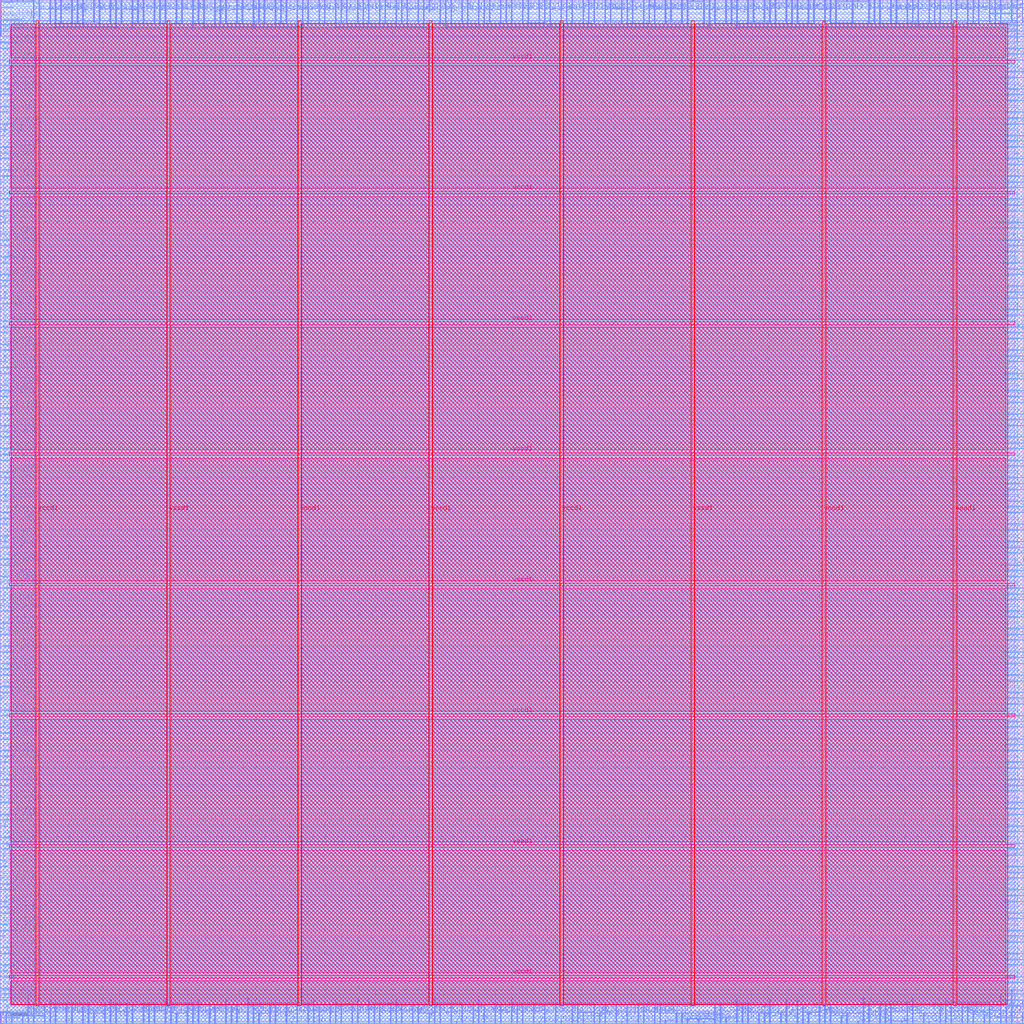
<source format=lef>
VERSION 5.7 ;
  NOWIREEXTENSIONATPIN ON ;
  DIVIDERCHAR "/" ;
  BUSBITCHARS "[]" ;
MACRO fft_dit
  CLASS BLOCK ;
  FOREIGN fft_dit ;
  ORIGIN 0.000 0.000 ;
  SIZE 600.000 BY 600.000 ;
  PIN clk
    DIRECTION INPUT ;
    USE SIGNAL ;
    PORT
      LAYER met3 ;
        RECT 586.660 554.390 600.000 554.690 ;
    END
  END clk
  PIN enable
    DIRECTION INPUT ;
    USE SIGNAL ;
    PORT
      LAYER met3 ;
        RECT 0.000 183.790 6.530 184.090 ;
    END
  END enable
  PIN finish
    DIRECTION OUTPUT TRISTATE ;
    USE SIGNAL ;
    PORT
      LAYER met3 ;
        RECT 590.550 404.790 600.000 405.090 ;
    END
  END finish
  PIN rst
    DIRECTION INPUT ;
    USE SIGNAL ;
    PORT
      LAYER met3 ;
        RECT 0.000 537.390 6.530 537.690 ;
    END
  END rst
  PIN vccd1
    DIRECTION INOUT ;
    USE POWER ;
    PORT
      LAYER met4 ;
        RECT 21.040 10.640 22.640 587.760 ;
    END
    PORT
      LAYER met4 ;
        RECT 174.640 10.640 176.240 587.760 ;
    END
    PORT
      LAYER met4 ;
        RECT 328.240 10.640 329.840 587.760 ;
    END
    PORT
      LAYER met4 ;
        RECT 481.840 10.640 483.440 587.760 ;
    END
    PORT
      LAYER met5 ;
        RECT 5.280 26.730 594.560 28.330 ;
    END
    PORT
      LAYER met5 ;
        RECT 5.280 179.910 594.560 181.510 ;
    END
    PORT
      LAYER met5 ;
        RECT 5.280 333.090 594.560 334.690 ;
    END
    PORT
      LAYER met5 ;
        RECT 5.280 486.270 594.560 487.870 ;
    END
  END vccd1
  PIN vssd1
    DIRECTION INOUT ;
    USE GROUND ;
    PORT
      LAYER met4 ;
        RECT 97.840 10.640 99.440 587.760 ;
    END
    PORT
      LAYER met4 ;
        RECT 251.440 10.640 253.040 587.760 ;
    END
    PORT
      LAYER met4 ;
        RECT 405.040 10.640 406.640 587.760 ;
    END
    PORT
      LAYER met4 ;
        RECT 558.640 10.640 560.240 587.760 ;
    END
    PORT
      LAYER met5 ;
        RECT 5.280 103.320 594.560 104.920 ;
    END
    PORT
      LAYER met5 ;
        RECT 5.280 256.500 594.560 258.100 ;
    END
    PORT
      LAYER met5 ;
        RECT 5.280 409.680 594.560 411.280 ;
    END
    PORT
      LAYER met5 ;
        RECT 5.280 562.860 594.560 564.460 ;
    END
  END vssd1
  PIN x_i_0[0]
    DIRECTION INPUT ;
    USE SIGNAL ;
    PORT
      LAYER met2 ;
        RECT 35.580 586.460 35.720 600.000 ;
    END
  END x_i_0[0]
  PIN x_i_0[10]
    DIRECTION INPUT ;
    USE SIGNAL ;
    PORT
      LAYER met2 ;
        RECT 103.200 586.460 103.340 600.000 ;
    END
  END x_i_0[10]
  PIN x_i_0[11]
    DIRECTION INPUT ;
    USE SIGNAL ;
    PORT
      LAYER met3 ;
        RECT 0.000 408.190 9.290 408.490 ;
    END
  END x_i_0[11]
  PIN x_i_0[12]
    DIRECTION INPUT ;
    USE SIGNAL ;
    PORT
      LAYER met3 ;
        RECT 591.010 122.590 600.000 122.890 ;
    END
  END x_i_0[12]
  PIN x_i_0[13]
    DIRECTION INPUT ;
    USE SIGNAL ;
    PORT
      LAYER met3 ;
        RECT 590.550 241.590 600.000 241.890 ;
    END
  END x_i_0[13]
  PIN x_i_0[14]
    DIRECTION INPUT ;
    USE SIGNAL ;
    PORT
      LAYER met3 ;
        RECT 590.550 149.790 600.000 150.090 ;
    END
  END x_i_0[14]
  PIN x_i_0[15]
    DIRECTION INPUT ;
    USE SIGNAL ;
    PORT
      LAYER met3 ;
        RECT 590.550 336.790 600.000 337.090 ;
    END
  END x_i_0[15]
  PIN x_i_0[1]
    DIRECTION INPUT ;
    USE SIGNAL ;
    PORT
      LAYER met2 ;
        RECT 112.860 0.000 113.000 11.940 ;
    END
  END x_i_0[1]
  PIN x_i_0[2]
    DIRECTION INPUT ;
    USE SIGNAL ;
    PORT
      LAYER met3 ;
        RECT 0.000 278.990 6.530 279.290 ;
    END
  END x_i_0[2]
  PIN x_i_0[3]
    DIRECTION INPUT ;
    USE SIGNAL ;
    PORT
      LAYER met3 ;
        RECT 0.000 421.790 9.290 422.090 ;
    END
  END x_i_0[3]
  PIN x_i_0[4]
    DIRECTION INPUT ;
    USE SIGNAL ;
    PORT
      LAYER met2 ;
        RECT 534.680 0.000 534.820 15.000 ;
    END
  END x_i_0[4]
  PIN x_i_0[5]
    DIRECTION INPUT ;
    USE SIGNAL ;
    PORT
      LAYER met3 ;
        RECT 589.170 180.390 600.000 180.690 ;
    END
  END x_i_0[5]
  PIN x_i_0[6]
    DIRECTION INPUT ;
    USE SIGNAL ;
    PORT
      LAYER met3 ;
        RECT 0.000 394.590 7.910 394.890 ;
    END
  END x_i_0[6]
  PIN x_i_0[7]
    DIRECTION INPUT ;
    USE SIGNAL ;
    PORT
      LAYER met3 ;
        RECT 0.000 360.590 6.990 360.890 ;
    END
  END x_i_0[7]
  PIN x_i_0[8]
    DIRECTION INPUT ;
    USE SIGNAL ;
    PORT
      LAYER met2 ;
        RECT 586.200 586.460 586.340 600.000 ;
    END
  END x_i_0[8]
  PIN x_i_0[9]
    DIRECTION INPUT ;
    USE SIGNAL ;
    PORT
      LAYER met3 ;
        RECT 589.170 380.990 600.000 381.290 ;
    END
  END x_i_0[9]
  PIN x_i_1[0]
    DIRECTION INPUT ;
    USE SIGNAL ;
    PORT
      LAYER met3 ;
        RECT 591.010 193.990 600.000 194.290 ;
    END
  END x_i_1[0]
  PIN x_i_1[10]
    DIRECTION INPUT ;
    USE SIGNAL ;
    PORT
      LAYER met2 ;
        RECT 412.320 0.000 412.460 1.090 ;
    END
  END x_i_1[10]
  PIN x_i_1[11]
    DIRECTION INPUT ;
    USE SIGNAL ;
    PORT
      LAYER met2 ;
        RECT 109.640 0.000 109.780 11.600 ;
    END
  END x_i_1[11]
  PIN x_i_1[12]
    DIRECTION INPUT ;
    USE SIGNAL ;
    PORT
      LAYER met2 ;
        RECT 16.260 0.000 16.400 15.000 ;
    END
  END x_i_1[12]
  PIN x_i_1[13]
    DIRECTION INPUT ;
    USE SIGNAL ;
    PORT
      LAYER met2 ;
        RECT 277.080 0.000 277.220 11.290 ;
    END
  END x_i_1[13]
  PIN x_i_1[14]
    DIRECTION INPUT ;
    USE SIGNAL ;
    PORT
      LAYER met3 ;
        RECT 589.170 91.990 600.000 92.290 ;
    END
  END x_i_1[14]
  PIN x_i_1[15]
    DIRECTION INPUT ;
    USE SIGNAL ;
    PORT
      LAYER met3 ;
        RECT 586.870 268.790 600.000 269.090 ;
    END
  END x_i_1[15]
  PIN x_i_1[1]
    DIRECTION INPUT ;
    USE SIGNAL ;
    PORT
      LAYER met2 ;
        RECT 219.120 0.000 219.260 11.940 ;
    END
  END x_i_1[1]
  PIN x_i_1[2]
    DIRECTION INPUT ;
    USE SIGNAL ;
    PORT
      LAYER met3 ;
        RECT 0.000 20.590 6.530 20.890 ;
    END
  END x_i_1[2]
  PIN x_i_1[3]
    DIRECTION INPUT ;
    USE SIGNAL ;
    PORT
      LAYER met3 ;
        RECT 0.000 105.590 6.530 105.890 ;
    END
  END x_i_1[3]
  PIN x_i_1[4]
    DIRECTION INPUT ;
    USE SIGNAL ;
    PORT
      LAYER met2 ;
        RECT 209.460 586.460 209.600 600.000 ;
    END
  END x_i_1[4]
  PIN x_i_1[5]
    DIRECTION INPUT ;
    USE SIGNAL ;
    PORT
      LAYER met3 ;
        RECT 591.010 329.990 600.000 330.290 ;
    END
  END x_i_1[5]
  PIN x_i_1[6]
    DIRECTION INPUT ;
    USE SIGNAL ;
    PORT
      LAYER met3 ;
        RECT 589.630 326.590 600.000 326.890 ;
    END
  END x_i_1[6]
  PIN x_i_1[7]
    DIRECTION INPUT ;
    USE SIGNAL ;
    PORT
      LAYER met2 ;
        RECT 32.360 583.400 32.500 600.000 ;
    END
  END x_i_1[7]
  PIN x_i_1[8]
    DIRECTION INPUT ;
    USE SIGNAL ;
    PORT
      LAYER met3 ;
        RECT 591.010 493.190 600.000 493.490 ;
    END
  END x_i_1[8]
  PIN x_i_1[9]
    DIRECTION INPUT ;
    USE SIGNAL ;
    PORT
      LAYER met3 ;
        RECT 0.000 221.190 6.530 221.490 ;
    END
  END x_i_1[9]
  PIN x_i_2[0]
    DIRECTION INPUT ;
    USE SIGNAL ;
    PORT
      LAYER met3 ;
        RECT 584.570 459.190 600.000 459.490 ;
    END
  END x_i_2[0]
  PIN x_i_2[10]
    DIRECTION INPUT ;
    USE SIGNAL ;
    PORT
      LAYER met2 ;
        RECT 544.340 586.460 544.480 600.000 ;
    END
  END x_i_2[10]
  PIN x_i_2[11]
    DIRECTION INPUT ;
    USE SIGNAL ;
    PORT
      LAYER met2 ;
        RECT 90.320 0.000 90.460 11.940 ;
    END
  END x_i_2[11]
  PIN x_i_2[12]
    DIRECTION INPUT ;
    USE SIGNAL ;
    PORT
      LAYER met2 ;
        RECT 563.660 0.000 563.800 11.940 ;
    END
  END x_i_2[12]
  PIN x_i_2[13]
    DIRECTION INPUT ;
    USE SIGNAL ;
    PORT
      LAYER met2 ;
        RECT 260.980 583.400 261.120 600.000 ;
    END
  END x_i_2[13]
  PIN x_i_2[14]
    DIRECTION INPUT ;
    USE SIGNAL ;
    PORT
      LAYER met2 ;
        RECT 167.600 0.000 167.740 11.940 ;
    END
  END x_i_2[14]
  PIN x_i_2[15]
    DIRECTION INPUT ;
    USE SIGNAL ;
    PORT
      LAYER met3 ;
        RECT 0.000 595.190 7.450 595.490 ;
    END
  END x_i_2[15]
  PIN x_i_2[1]
    DIRECTION INPUT ;
    USE SIGNAL ;
    PORT
      LAYER met2 ;
        RECT 505.700 0.000 505.840 15.000 ;
    END
  END x_i_2[1]
  PIN x_i_2[2]
    DIRECTION INPUT ;
    USE SIGNAL ;
    PORT
      LAYER met2 ;
        RECT 196.580 583.400 196.720 600.000 ;
    END
  END x_i_2[2]
  PIN x_i_2[3]
    DIRECTION INPUT ;
    USE SIGNAL ;
    PORT
      LAYER met3 ;
        RECT 0.000 336.790 6.990 337.090 ;
    END
  END x_i_2[3]
  PIN x_i_2[4]
    DIRECTION INPUT ;
    USE SIGNAL ;
    PORT
      LAYER met2 ;
        RECT 180.480 0.000 180.620 11.600 ;
    END
  END x_i_2[4]
  PIN x_i_2[5]
    DIRECTION INPUT ;
    USE SIGNAL ;
    PORT
      LAYER met2 ;
        RECT 335.040 586.460 335.180 600.000 ;
    END
  END x_i_2[5]
  PIN x_i_2[6]
    DIRECTION INPUT ;
    USE SIGNAL ;
    PORT
      LAYER met2 ;
        RECT 273.860 586.460 274.000 600.000 ;
    END
  END x_i_2[6]
  PIN x_i_2[7]
    DIRECTION INPUT ;
    USE SIGNAL ;
    PORT
      LAYER met3 ;
        RECT 0.000 78.390 7.910 78.690 ;
    END
  END x_i_2[7]
  PIN x_i_2[8]
    DIRECTION INPUT ;
    USE SIGNAL ;
    PORT
      LAYER met3 ;
        RECT 0.000 350.390 6.530 350.690 ;
    END
  END x_i_2[8]
  PIN x_i_2[9]
    DIRECTION INPUT ;
    USE SIGNAL ;
    PORT
      LAYER met2 ;
        RECT 386.560 0.000 386.700 11.600 ;
    END
  END x_i_2[9]
  PIN x_i_3[0]
    DIRECTION INPUT ;
    USE SIGNAL ;
    PORT
      LAYER met3 ;
        RECT 0.000 170.190 6.990 170.490 ;
    END
  END x_i_3[0]
  PIN x_i_3[10]
    DIRECTION INPUT ;
    USE SIGNAL ;
    PORT
      LAYER met2 ;
        RECT 38.800 0.000 38.940 11.600 ;
    END
  END x_i_3[10]
  PIN x_i_3[11]
    DIRECTION INPUT ;
    USE SIGNAL ;
    PORT
      LAYER met2 ;
        RECT 67.780 583.400 67.920 600.000 ;
    END
  END x_i_3[11]
  PIN x_i_3[12]
    DIRECTION INPUT ;
    USE SIGNAL ;
    PORT
      LAYER met3 ;
        RECT 590.550 278.990 600.000 279.290 ;
    END
  END x_i_3[12]
  PIN x_i_3[13]
    DIRECTION INPUT ;
    USE SIGNAL ;
    PORT
      LAYER met3 ;
        RECT 0.000 329.990 5.610 330.290 ;
    END
  END x_i_3[13]
  PIN x_i_3[14]
    DIRECTION INPUT ;
    USE SIGNAL ;
    PORT
      LAYER met2 ;
        RECT 502.480 599.350 502.620 600.000 ;
    END
  END x_i_3[14]
  PIN x_i_3[15]
    DIRECTION INPUT ;
    USE SIGNAL ;
    PORT
      LAYER met3 ;
        RECT 0.000 438.790 6.530 439.090 ;
    END
  END x_i_3[15]
  PIN x_i_3[1]
    DIRECTION INPUT ;
    USE SIGNAL ;
    PORT
      LAYER met3 ;
        RECT 589.630 544.190 600.000 544.490 ;
    END
  END x_i_3[1]
  PIN x_i_3[2]
    DIRECTION INPUT ;
    USE SIGNAL ;
    PORT
      LAYER met2 ;
        RECT 599.080 0.000 599.220 6.500 ;
    END
  END x_i_3[2]
  PIN x_i_3[3]
    DIRECTION INPUT ;
    USE SIGNAL ;
    PORT
      LAYER met2 ;
        RECT 289.960 0.000 290.100 11.940 ;
    END
  END x_i_3[3]
  PIN x_i_3[4]
    DIRECTION INPUT ;
    USE SIGNAL ;
    PORT
      LAYER met2 ;
        RECT 592.640 587.140 592.780 600.000 ;
    END
  END x_i_3[4]
  PIN x_i_3[5]
    DIRECTION INPUT ;
    USE SIGNAL ;
    PORT
      LAYER met3 ;
        RECT 581.350 465.990 600.000 466.290 ;
    END
  END x_i_3[5]
  PIN x_i_3[6]
    DIRECTION INPUT ;
    USE SIGNAL ;
    PORT
      LAYER met2 ;
        RECT 13.040 599.350 13.180 600.000 ;
    END
  END x_i_3[6]
  PIN x_i_3[7]
    DIRECTION INPUT ;
    USE SIGNAL ;
    PORT
      LAYER met2 ;
        RECT 554.000 0.000 554.140 15.000 ;
    END
  END x_i_3[7]
  PIN x_i_3[8]
    DIRECTION INPUT ;
    USE SIGNAL ;
    PORT
      LAYER met2 ;
        RECT 280.300 584.420 280.440 600.000 ;
    END
  END x_i_3[8]
  PIN x_i_3[9]
    DIRECTION INPUT ;
    USE SIGNAL ;
    PORT
      LAYER met3 ;
        RECT 0.000 207.590 6.530 207.890 ;
    END
  END x_i_3[9]
  PIN x_i_4[0]
    DIRECTION INPUT ;
    USE SIGNAL ;
    PORT
      LAYER met2 ;
        RECT 376.900 0.000 377.040 11.290 ;
    END
  END x_i_4[0]
  PIN x_i_4[10]
    DIRECTION INPUT ;
    USE SIGNAL ;
    PORT
      LAYER met3 ;
        RECT 0.000 357.190 6.990 357.490 ;
    END
  END x_i_4[10]
  PIN x_i_4[11]
    DIRECTION INPUT ;
    USE SIGNAL ;
    PORT
      LAYER met2 ;
        RECT 570.100 586.460 570.240 600.000 ;
    END
  END x_i_4[11]
  PIN x_i_4[12]
    DIRECTION INPUT ;
    USE SIGNAL ;
    PORT
      LAYER met3 ;
        RECT 0.000 27.390 7.910 27.690 ;
    END
  END x_i_4[12]
  PIN x_i_4[13]
    DIRECTION INPUT ;
    USE SIGNAL ;
    PORT
      LAYER met2 ;
        RECT 373.680 0.000 373.820 11.940 ;
    END
  END x_i_4[13]
  PIN x_i_4[14]
    DIRECTION INPUT ;
    USE SIGNAL ;
    PORT
      LAYER met2 ;
        RECT 199.800 0.000 199.940 11.600 ;
    END
  END x_i_4[14]
  PIN x_i_4[15]
    DIRECTION INPUT ;
    USE SIGNAL ;
    PORT
      LAYER met3 ;
        RECT 0.000 193.990 5.610 194.290 ;
    END
  END x_i_4[15]
  PIN x_i_4[1]
    DIRECTION INPUT ;
    USE SIGNAL ;
    PORT
      LAYER met3 ;
        RECT 591.010 61.390 600.000 61.690 ;
    END
  END x_i_4[1]
  PIN x_i_4[2]
    DIRECTION INPUT ;
    USE SIGNAL ;
    PORT
      LAYER met3 ;
        RECT 590.550 74.990 600.000 75.290 ;
    END
  END x_i_4[2]
  PIN x_i_4[3]
    DIRECTION INPUT ;
    USE SIGNAL ;
    PORT
      LAYER met3 ;
        RECT 590.550 292.590 600.000 292.890 ;
    END
  END x_i_4[3]
  PIN x_i_4[4]
    DIRECTION INPUT ;
    USE SIGNAL ;
    PORT
      LAYER met3 ;
        RECT 590.550 547.590 600.000 547.890 ;
    END
  END x_i_4[4]
  PIN x_i_4[5]
    DIRECTION INPUT ;
    USE SIGNAL ;
    PORT
      LAYER met3 ;
        RECT 0.000 295.990 6.530 296.290 ;
    END
  END x_i_4[5]
  PIN x_i_4[6]
    DIRECTION INPUT ;
    USE SIGNAL ;
    PORT
      LAYER met2 ;
        RECT 206.240 0.000 206.380 11.260 ;
    END
  END x_i_4[6]
  PIN x_i_4[7]
    DIRECTION INPUT ;
    USE SIGNAL ;
    PORT
      LAYER met3 ;
        RECT 0.000 285.790 5.610 286.090 ;
    END
  END x_i_4[7]
  PIN x_i_4[8]
    DIRECTION INPUT ;
    USE SIGNAL ;
    PORT
      LAYER met2 ;
        RECT 557.220 0.000 557.360 11.600 ;
    END
  END x_i_4[8]
  PIN x_i_4[9]
    DIRECTION INPUT ;
    USE SIGNAL ;
    PORT
      LAYER met3 ;
        RECT 0.000 272.190 6.990 272.490 ;
    END
  END x_i_4[9]
  PIN x_i_5[0]
    DIRECTION INPUT ;
    USE SIGNAL ;
    PORT
      LAYER met3 ;
        RECT 589.630 54.590 600.000 54.890 ;
    END
  END x_i_5[0]
  PIN x_i_5[10]
    DIRECTION INPUT ;
    USE SIGNAL ;
    PORT
      LAYER met3 ;
        RECT 590.550 557.790 600.000 558.090 ;
    END
  END x_i_5[10]
  PIN x_i_5[11]
    DIRECTION INPUT ;
    USE SIGNAL ;
    PORT
      LAYER met2 ;
        RECT 190.140 586.460 190.280 600.000 ;
    END
  END x_i_5[11]
  PIN x_i_5[12]
    DIRECTION INPUT ;
    USE SIGNAL ;
    PORT
      LAYER met2 ;
        RECT 454.180 586.460 454.320 600.000 ;
    END
  END x_i_5[12]
  PIN x_i_5[13]
    DIRECTION INPUT ;
    USE SIGNAL ;
    PORT
      LAYER met2 ;
        RECT 473.500 0.000 473.640 6.500 ;
    END
  END x_i_5[13]
  PIN x_i_5[14]
    DIRECTION INPUT ;
    USE SIGNAL ;
    PORT
      LAYER met3 ;
        RECT 590.550 363.990 600.000 364.290 ;
    END
  END x_i_5[14]
  PIN x_i_5[15]
    DIRECTION INPUT ;
    USE SIGNAL ;
    PORT
      LAYER met3 ;
        RECT 0.000 561.190 6.530 561.490 ;
    END
  END x_i_5[15]
  PIN x_i_5[1]
    DIRECTION INPUT ;
    USE SIGNAL ;
    PORT
      LAYER met2 ;
        RECT 264.200 0.000 264.340 11.600 ;
    END
  END x_i_5[1]
  PIN x_i_5[2]
    DIRECTION INPUT ;
    USE SIGNAL ;
    PORT
      LAYER met2 ;
        RECT 309.280 586.460 309.420 600.000 ;
    END
  END x_i_5[2]
  PIN x_i_5[3]
    DIRECTION INPUT ;
    USE SIGNAL ;
    PORT
      LAYER met2 ;
        RECT 347.920 0.000 348.060 11.940 ;
    END
  END x_i_5[3]
  PIN x_i_5[4]
    DIRECTION INPUT ;
    USE SIGNAL ;
    PORT
      LAYER met3 ;
        RECT 0.000 122.590 9.290 122.890 ;
    END
  END x_i_5[4]
  PIN x_i_5[5]
    DIRECTION INPUT ;
    USE SIGNAL ;
    PORT
      LAYER met2 ;
        RECT 438.080 586.460 438.220 600.000 ;
    END
  END x_i_5[5]
  PIN x_i_5[6]
    DIRECTION INPUT ;
    USE SIGNAL ;
    PORT
      LAYER met3 ;
        RECT 590.550 299.390 600.000 299.690 ;
    END
  END x_i_5[6]
  PIN x_i_5[7]
    DIRECTION INPUT ;
    USE SIGNAL ;
    PORT
      LAYER met3 ;
        RECT 0.000 81.790 6.530 82.090 ;
    END
  END x_i_5[7]
  PIN x_i_5[8]
    DIRECTION INPUT ;
    USE SIGNAL ;
    PORT
      LAYER met3 ;
        RECT 590.550 210.990 600.000 211.290 ;
    END
  END x_i_5[8]
  PIN x_i_5[9]
    DIRECTION INPUT ;
    USE SIGNAL ;
    PORT
      LAYER met3 ;
        RECT 0.000 506.790 6.530 507.090 ;
    END
  END x_i_5[9]
  PIN x_i_6[0]
    DIRECTION INPUT ;
    USE SIGNAL ;
    PORT
      LAYER met3 ;
        RECT 585.490 17.190 600.000 17.490 ;
    END
  END x_i_6[0]
  PIN x_i_6[10]
    DIRECTION INPUT ;
    USE SIGNAL ;
    PORT
      LAYER met3 ;
        RECT 0.000 34.190 7.910 34.490 ;
    END
  END x_i_6[10]
  PIN x_i_6[11]
    DIRECTION INPUT ;
    USE SIGNAL ;
    PORT
      LAYER met3 ;
        RECT 0.000 108.990 6.990 109.290 ;
    END
  END x_i_6[11]
  PIN x_i_6[12]
    DIRECTION INPUT ;
    USE SIGNAL ;
    PORT
      LAYER met3 ;
        RECT 0.000 255.190 6.990 255.490 ;
    END
  END x_i_6[12]
  PIN x_i_6[13]
    DIRECTION INPUT ;
    USE SIGNAL ;
    PORT
      LAYER met2 ;
        RECT 370.460 586.460 370.600 600.000 ;
    END
  END x_i_6[13]
  PIN x_i_6[14]
    DIRECTION INPUT ;
    USE SIGNAL ;
    PORT
      LAYER met2 ;
        RECT 96.760 586.460 96.900 600.000 ;
    END
  END x_i_6[14]
  PIN x_i_6[15]
    DIRECTION INPUT ;
    USE SIGNAL ;
    PORT
      LAYER met3 ;
        RECT 591.010 112.390 600.000 112.690 ;
    END
  END x_i_6[15]
  PIN x_i_6[1]
    DIRECTION INPUT ;
    USE SIGNAL ;
    PORT
      LAYER met2 ;
        RECT 306.060 0.000 306.200 11.940 ;
    END
  END x_i_6[1]
  PIN x_i_6[2]
    DIRECTION INPUT ;
    USE SIGNAL ;
    PORT
      LAYER met3 ;
        RECT 0.000 180.390 6.530 180.690 ;
    END
  END x_i_6[2]
  PIN x_i_6[3]
    DIRECTION INPUT ;
    USE SIGNAL ;
    PORT
      LAYER met2 ;
        RECT 80.660 586.460 80.800 600.000 ;
    END
  END x_i_6[3]
  PIN x_i_6[4]
    DIRECTION INPUT ;
    USE SIGNAL ;
    PORT
      LAYER met3 ;
        RECT 0.000 210.990 6.530 211.290 ;
    END
  END x_i_6[4]
  PIN x_i_6[5]
    DIRECTION INPUT ;
    USE SIGNAL ;
    PORT
      LAYER met2 ;
        RECT 248.100 583.400 248.240 600.000 ;
    END
  END x_i_6[5]
  PIN x_i_6[6]
    DIRECTION INPUT ;
    USE SIGNAL ;
    PORT
      LAYER met2 ;
        RECT 148.280 0.000 148.420 11.600 ;
    END
  END x_i_6[6]
  PIN x_i_6[7]
    DIRECTION INPUT ;
    USE SIGNAL ;
    PORT
      LAYER met3 ;
        RECT 590.550 306.190 600.000 306.490 ;
    END
  END x_i_6[7]
  PIN x_i_6[8]
    DIRECTION INPUT ;
    USE SIGNAL ;
    PORT
      LAYER met2 ;
        RECT 595.860 575.580 596.000 600.000 ;
    END
  END x_i_6[8]
  PIN x_i_6[9]
    DIRECTION INPUT ;
    USE SIGNAL ;
    PORT
      LAYER met2 ;
        RECT 537.900 584.420 538.040 600.000 ;
    END
  END x_i_6[9]
  PIN x_i_7[0]
    DIRECTION INPUT ;
    USE SIGNAL ;
    PORT
      LAYER met3 ;
        RECT 590.550 200.790 600.000 201.090 ;
    END
  END x_i_7[0]
  PIN x_i_7[10]
    DIRECTION INPUT ;
    USE SIGNAL ;
    PORT
      LAYER met2 ;
        RECT 341.480 0.000 341.620 6.500 ;
    END
  END x_i_7[10]
  PIN x_i_7[11]
    DIRECTION INPUT ;
    USE SIGNAL ;
    PORT
      LAYER met3 ;
        RECT 590.550 102.190 600.000 102.490 ;
    END
  END x_i_7[11]
  PIN x_i_7[12]
    DIRECTION INPUT ;
    USE SIGNAL ;
    PORT
      LAYER met2 ;
        RECT 489.600 586.800 489.740 600.000 ;
    END
  END x_i_7[12]
  PIN x_i_7[13]
    DIRECTION INPUT ;
    USE SIGNAL ;
    PORT
      LAYER met2 ;
        RECT 566.880 583.400 567.020 600.000 ;
    END
  END x_i_7[13]
  PIN x_i_7[14]
    DIRECTION INPUT ;
    USE SIGNAL ;
    PORT
      LAYER met3 ;
        RECT 0.000 380.990 6.530 381.290 ;
    END
  END x_i_7[14]
  PIN x_i_7[15]
    DIRECTION INPUT ;
    USE SIGNAL ;
    PORT
      LAYER met3 ;
        RECT 0.000 217.790 6.990 218.090 ;
    END
  END x_i_7[15]
  PIN x_i_7[1]
    DIRECTION INPUT ;
    USE SIGNAL ;
    PORT
      LAYER met2 ;
        RECT 328.600 0.000 328.740 1.090 ;
    END
  END x_i_7[1]
  PIN x_i_7[2]
    DIRECTION INPUT ;
    USE SIGNAL ;
    PORT
      LAYER met3 ;
        RECT 591.010 51.190 600.000 51.490 ;
    END
  END x_i_7[2]
  PIN x_i_7[3]
    DIRECTION INPUT ;
    USE SIGNAL ;
    PORT
      LAYER met2 ;
        RECT 83.880 586.460 84.020 600.000 ;
    END
  END x_i_7[3]
  PIN x_i_7[4]
    DIRECTION INPUT ;
    USE SIGNAL ;
    PORT
      LAYER met3 ;
        RECT 591.010 438.790 600.000 439.090 ;
    END
  END x_i_7[4]
  PIN x_i_7[5]
    DIRECTION INPUT ;
    USE SIGNAL ;
    PORT
      LAYER met2 ;
        RECT 87.100 0.000 87.240 11.600 ;
    END
  END x_i_7[5]
  PIN x_i_7[6]
    DIRECTION INPUT ;
    USE SIGNAL ;
    PORT
      LAYER met2 ;
        RECT 222.340 586.460 222.480 600.000 ;
    END
  END x_i_7[6]
  PIN x_i_7[7]
    DIRECTION INPUT ;
    USE SIGNAL ;
    PORT
      LAYER met2 ;
        RECT 315.720 586.800 315.860 600.000 ;
    END
  END x_i_7[7]
  PIN x_i_7[8]
    DIRECTION INPUT ;
    USE SIGNAL ;
    PORT
      LAYER met3 ;
        RECT 0.000 571.390 6.530 571.690 ;
    END
  END x_i_7[8]
  PIN x_i_7[9]
    DIRECTION INPUT ;
    USE SIGNAL ;
    PORT
      LAYER met3 ;
        RECT 0.000 159.990 6.530 160.290 ;
    END
  END x_i_7[9]
  PIN x_r_0[0]
    DIRECTION INPUT ;
    USE SIGNAL ;
    PORT
      LAYER met2 ;
        RECT 531.460 586.460 531.600 600.000 ;
    END
  END x_r_0[0]
  PIN x_r_0[10]
    DIRECTION INPUT ;
    USE SIGNAL ;
    PORT
      LAYER met2 ;
        RECT 457.400 0.000 457.540 6.500 ;
    END
  END x_r_0[10]
  PIN x_r_0[11]
    DIRECTION INPUT ;
    USE SIGNAL ;
    PORT
      LAYER met2 ;
        RECT 235.220 0.000 235.360 11.940 ;
    END
  END x_r_0[11]
  PIN x_r_0[12]
    DIRECTION INPUT ;
    USE SIGNAL ;
    PORT
      LAYER met2 ;
        RECT 344.700 586.460 344.840 600.000 ;
    END
  END x_r_0[12]
  PIN x_r_0[13]
    DIRECTION INPUT ;
    USE SIGNAL ;
    PORT
      LAYER met3 ;
        RECT 583.190 3.590 600.000 3.890 ;
    END
  END x_r_0[13]
  PIN x_r_0[14]
    DIRECTION INPUT ;
    USE SIGNAL ;
    PORT
      LAYER met3 ;
        RECT 0.000 384.390 9.290 384.690 ;
    END
  END x_r_0[14]
  PIN x_r_0[15]
    DIRECTION INPUT ;
    USE SIGNAL ;
    PORT
      LAYER met2 ;
        RECT 180.480 586.460 180.620 600.000 ;
    END
  END x_r_0[15]
  PIN x_r_0[1]
    DIRECTION INPUT ;
    USE SIGNAL ;
    PORT
      LAYER met3 ;
        RECT 589.630 282.390 600.000 282.690 ;
    END
  END x_r_0[1]
  PIN x_r_0[2]
    DIRECTION INPUT ;
    USE SIGNAL ;
    PORT
      LAYER met3 ;
        RECT 0.000 496.590 7.910 496.890 ;
    END
  END x_r_0[2]
  PIN x_r_0[3]
    DIRECTION INPUT ;
    USE SIGNAL ;
    PORT
      LAYER met3 ;
        RECT 0.000 370.790 6.530 371.090 ;
    END
  END x_r_0[3]
  PIN x_r_0[4]
    DIRECTION INPUT ;
    USE SIGNAL ;
    PORT
      LAYER met2 ;
        RECT 170.820 0.000 170.960 1.090 ;
    END
  END x_r_0[4]
  PIN x_r_0[5]
    DIRECTION INPUT ;
    USE SIGNAL ;
    PORT
      LAYER met2 ;
        RECT 209.460 0.000 209.600 13.980 ;
    END
  END x_r_0[5]
  PIN x_r_0[6]
    DIRECTION INPUT ;
    USE SIGNAL ;
    PORT
      LAYER met2 ;
        RECT 112.860 583.400 113.000 600.000 ;
    END
  END x_r_0[6]
  PIN x_r_0[7]
    DIRECTION INPUT ;
    USE SIGNAL ;
    PORT
      LAYER met3 ;
        RECT 0.000 142.990 7.910 143.290 ;
    END
  END x_r_0[7]
  PIN x_r_0[8]
    DIRECTION INPUT ;
    USE SIGNAL ;
    PORT
      LAYER met2 ;
        RECT 566.880 0.000 567.020 11.600 ;
    END
  END x_r_0[8]
  PIN x_r_0[9]
    DIRECTION INPUT ;
    USE SIGNAL ;
    PORT
      LAYER met2 ;
        RECT 586.200 0.000 586.340 17.040 ;
    END
  END x_r_0[9]
  PIN x_r_1[0]
    DIRECTION INPUT ;
    USE SIGNAL ;
    PORT
      LAYER met2 ;
        RECT 364.020 0.000 364.160 1.090 ;
    END
  END x_r_1[0]
  PIN x_r_1[10]
    DIRECTION INPUT ;
    USE SIGNAL ;
    PORT
      LAYER met3 ;
        RECT 590.550 238.190 600.000 238.490 ;
    END
  END x_r_1[10]
  PIN x_r_1[11]
    DIRECTION INPUT ;
    USE SIGNAL ;
    PORT
      LAYER met2 ;
        RECT 341.480 586.460 341.620 600.000 ;
    END
  END x_r_1[11]
  PIN x_r_1[12]
    DIRECTION INPUT ;
    USE SIGNAL ;
    PORT
      LAYER met2 ;
        RECT 61.340 0.000 61.480 11.940 ;
    END
  END x_r_1[12]
  PIN x_r_1[13]
    DIRECTION INPUT ;
    USE SIGNAL ;
    PORT
      LAYER met3 ;
        RECT 0.000 139.590 5.610 139.890 ;
    END
  END x_r_1[13]
  PIN x_r_1[14]
    DIRECTION INPUT ;
    USE SIGNAL ;
    PORT
      LAYER met3 ;
        RECT 591.010 302.790 600.000 303.090 ;
    END
  END x_r_1[14]
  PIN x_r_1[15]
    DIRECTION INPUT ;
    USE SIGNAL ;
    PORT
      LAYER met2 ;
        RECT 174.040 0.000 174.180 11.600 ;
    END
  END x_r_1[15]
  PIN x_r_1[1]
    DIRECTION INPUT ;
    USE SIGNAL ;
    PORT
      LAYER met3 ;
        RECT 589.630 319.790 600.000 320.090 ;
    END
  END x_r_1[1]
  PIN x_r_1[2]
    DIRECTION INPUT ;
    USE SIGNAL ;
    PORT
      LAYER met2 ;
        RECT 257.760 586.460 257.900 600.000 ;
    END
  END x_r_1[2]
  PIN x_r_1[3]
    DIRECTION INPUT ;
    USE SIGNAL ;
    PORT
      LAYER met2 ;
        RECT 264.200 586.460 264.340 600.000 ;
    END
  END x_r_1[3]
  PIN x_r_1[4]
    DIRECTION INPUT ;
    USE SIGNAL ;
    PORT
      LAYER met2 ;
        RECT 328.600 586.460 328.740 600.000 ;
    END
  END x_r_1[4]
  PIN x_r_1[5]
    DIRECTION INPUT ;
    USE SIGNAL ;
    PORT
      LAYER met2 ;
        RECT 425.200 586.460 425.340 600.000 ;
    END
  END x_r_1[5]
  PIN x_r_1[6]
    DIRECTION INPUT ;
    USE SIGNAL ;
    PORT
      LAYER met3 ;
        RECT 0.000 102.190 6.990 102.490 ;
    END
  END x_r_1[6]
  PIN x_r_1[7]
    DIRECTION INPUT ;
    USE SIGNAL ;
    PORT
      LAYER met2 ;
        RECT 467.060 0.000 467.200 15.000 ;
    END
  END x_r_1[7]
  PIN x_r_1[8]
    DIRECTION INPUT ;
    USE SIGNAL ;
    PORT
      LAYER met2 ;
        RECT 293.180 586.460 293.320 600.000 ;
    END
  END x_r_1[8]
  PIN x_r_1[9]
    DIRECTION INPUT ;
    USE SIGNAL ;
    PORT
      LAYER met3 ;
        RECT 589.630 224.590 600.000 224.890 ;
    END
  END x_r_1[9]
  PIN x_r_2[0]
    DIRECTION INPUT ;
    USE SIGNAL ;
    PORT
      LAYER met3 ;
        RECT 589.630 261.990 600.000 262.290 ;
    END
  END x_r_2[0]
  PIN x_r_2[10]
    DIRECTION INPUT ;
    USE SIGNAL ;
    PORT
      LAYER met2 ;
        RECT 415.540 583.400 415.680 600.000 ;
    END
  END x_r_2[10]
  PIN x_r_2[11]
    DIRECTION INPUT ;
    USE SIGNAL ;
    PORT
      LAYER met2 ;
        RECT 431.640 583.400 431.780 600.000 ;
    END
  END x_r_2[11]
  PIN x_r_2[12]
    DIRECTION INPUT ;
    USE SIGNAL ;
    PORT
      LAYER met3 ;
        RECT 589.630 353.790 600.000 354.090 ;
    END
  END x_r_2[12]
  PIN x_r_2[13]
    DIRECTION INPUT ;
    USE SIGNAL ;
    PORT
      LAYER met2 ;
        RECT 496.040 599.350 496.180 600.000 ;
    END
  END x_r_2[13]
  PIN x_r_2[14]
    DIRECTION INPUT ;
    USE SIGNAL ;
    PORT
      LAYER met2 ;
        RECT 83.880 0.000 84.020 11.940 ;
    END
  END x_r_2[14]
  PIN x_r_2[15]
    DIRECTION INPUT ;
    USE SIGNAL ;
    PORT
      LAYER met2 ;
        RECT 550.780 0.000 550.920 11.600 ;
    END
  END x_r_2[15]
  PIN x_r_2[1]
    DIRECTION INPUT ;
    USE SIGNAL ;
    PORT
      LAYER met2 ;
        RECT 254.540 0.000 254.680 15.000 ;
    END
  END x_r_2[1]
  PIN x_r_2[2]
    DIRECTION INPUT ;
    USE SIGNAL ;
    PORT
      LAYER met2 ;
        RECT 508.920 0.000 509.060 11.600 ;
    END
  END x_r_2[2]
  PIN x_r_2[3]
    DIRECTION INPUT ;
    USE SIGNAL ;
    PORT
      LAYER met2 ;
        RECT 164.380 586.460 164.520 600.000 ;
    END
  END x_r_2[3]
  PIN x_r_2[4]
    DIRECTION INPUT ;
    USE SIGNAL ;
    PORT
      LAYER met2 ;
        RECT 148.280 583.400 148.420 600.000 ;
    END
  END x_r_2[4]
  PIN x_r_2[5]
    DIRECTION INPUT ;
    USE SIGNAL ;
    PORT
      LAYER met3 ;
        RECT 589.170 125.990 600.000 126.290 ;
    END
  END x_r_2[5]
  PIN x_r_2[6]
    DIRECTION INPUT ;
    USE SIGNAL ;
    PORT
      LAYER met2 ;
        RECT 508.920 586.460 509.060 600.000 ;
    END
  END x_r_2[6]
  PIN x_r_2[7]
    DIRECTION INPUT ;
    USE SIGNAL ;
    PORT
      LAYER met3 ;
        RECT 0.000 197.390 6.530 197.690 ;
    END
  END x_r_2[7]
  PIN x_r_2[8]
    DIRECTION INPUT ;
    USE SIGNAL ;
    PORT
      LAYER met2 ;
        RECT 599.080 586.800 599.220 600.000 ;
    END
  END x_r_2[8]
  PIN x_r_2[9]
    DIRECTION INPUT ;
    USE SIGNAL ;
    PORT
      LAYER met2 ;
        RECT 544.340 0.000 544.480 1.090 ;
    END
  END x_r_2[9]
  PIN x_r_3[0]
    DIRECTION INPUT ;
    USE SIGNAL ;
    PORT
      LAYER met3 ;
        RECT 589.170 153.190 600.000 153.490 ;
    END
  END x_r_3[0]
  PIN x_r_3[10]
    DIRECTION INPUT ;
    USE SIGNAL ;
    PORT
      LAYER met2 ;
        RECT 515.360 584.420 515.500 600.000 ;
    END
  END x_r_3[10]
  PIN x_r_3[11]
    DIRECTION INPUT ;
    USE SIGNAL ;
    PORT
      LAYER met2 ;
        RECT 6.600 599.350 6.740 600.000 ;
    END
  END x_r_3[11]
  PIN x_r_3[12]
    DIRECTION INPUT ;
    USE SIGNAL ;
    PORT
      LAYER met3 ;
        RECT 0.000 547.590 6.530 547.890 ;
    END
  END x_r_3[12]
  PIN x_r_3[13]
    DIRECTION INPUT ;
    USE SIGNAL ;
    PORT
      LAYER met2 ;
        RECT 212.680 584.420 212.820 600.000 ;
    END
  END x_r_3[13]
  PIN x_r_3[14]
    DIRECTION INPUT ;
    USE SIGNAL ;
    PORT
      LAYER met3 ;
        RECT 591.010 248.390 600.000 248.690 ;
    END
  END x_r_3[14]
  PIN x_r_3[15]
    DIRECTION INPUT ;
    USE SIGNAL ;
    PORT
      LAYER met3 ;
        RECT 589.630 64.790 600.000 65.090 ;
    END
  END x_r_3[15]
  PIN x_r_3[1]
    DIRECTION INPUT ;
    USE SIGNAL ;
    PORT
      LAYER met2 ;
        RECT 421.980 0.000 422.120 11.600 ;
    END
  END x_r_3[1]
  PIN x_r_3[2]
    DIRECTION INPUT ;
    USE SIGNAL ;
    PORT
      LAYER met2 ;
        RECT 499.260 586.460 499.400 600.000 ;
    END
  END x_r_3[2]
  PIN x_r_3[3]
    DIRECTION INPUT ;
    USE SIGNAL ;
    PORT
      LAYER met3 ;
        RECT 0.000 166.790 5.610 167.090 ;
    END
  END x_r_3[3]
  PIN x_r_3[4]
    DIRECTION INPUT ;
    USE SIGNAL ;
    PORT
      LAYER met2 ;
        RECT 225.560 586.460 225.700 600.000 ;
    END
  END x_r_3[4]
  PIN x_r_3[5]
    DIRECTION INPUT ;
    USE SIGNAL ;
    PORT
      LAYER met3 ;
        RECT 590.550 401.390 600.000 401.690 ;
    END
  END x_r_3[5]
  PIN x_r_3[6]
    DIRECTION INPUT ;
    USE SIGNAL ;
    PORT
      LAYER met2 ;
        RECT 116.080 586.460 116.220 600.000 ;
    END
  END x_r_3[6]
  PIN x_r_3[7]
    DIRECTION INPUT ;
    USE SIGNAL ;
    PORT
      LAYER met3 ;
        RECT 0.000 499.990 6.990 500.290 ;
    END
  END x_r_3[7]
  PIN x_r_3[8]
    DIRECTION INPUT ;
    USE SIGNAL ;
    PORT
      LAYER met3 ;
        RECT 590.550 312.990 600.000 313.290 ;
    END
  END x_r_3[8]
  PIN x_r_3[9]
    DIRECTION INPUT ;
    USE SIGNAL ;
    PORT
      LAYER met3 ;
        RECT 589.170 452.390 600.000 452.690 ;
    END
  END x_r_3[9]
  PIN x_r_4[0]
    DIRECTION INPUT ;
    USE SIGNAL ;
    PORT
      LAYER met2 ;
        RECT 450.960 586.460 451.100 600.000 ;
    END
  END x_r_4[0]
  PIN x_r_4[10]
    DIRECTION INPUT ;
    USE SIGNAL ;
    PORT
      LAYER met3 ;
        RECT 0.000 319.790 6.070 320.090 ;
    END
  END x_r_4[10]
  PIN x_r_4[11]
    DIRECTION INPUT ;
    USE SIGNAL ;
    PORT
      LAYER met2 ;
        RECT 444.520 0.000 444.660 6.500 ;
    END
  END x_r_4[11]
  PIN x_r_4[12]
    DIRECTION INPUT ;
    USE SIGNAL ;
    PORT
      LAYER met2 ;
        RECT 376.900 586.460 377.040 600.000 ;
    END
  END x_r_4[12]
  PIN x_r_4[13]
    DIRECTION INPUT ;
    USE SIGNAL ;
    PORT
      LAYER met3 ;
        RECT 0.000 299.390 6.530 299.690 ;
    END
  END x_r_4[13]
  PIN x_r_4[14]
    DIRECTION INPUT ;
    USE SIGNAL ;
    PORT
      LAYER met2 ;
        RECT 232.000 584.420 232.140 600.000 ;
    END
  END x_r_4[14]
  PIN x_r_4[15]
    DIRECTION INPUT ;
    USE SIGNAL ;
    PORT
      LAYER met3 ;
        RECT 589.630 115.790 600.000 116.090 ;
    END
  END x_r_4[15]
  PIN x_r_4[1]
    DIRECTION INPUT ;
    USE SIGNAL ;
    PORT
      LAYER met3 ;
        RECT 0.000 544.190 6.990 544.490 ;
    END
  END x_r_4[1]
  PIN x_r_4[2]
    DIRECTION INPUT ;
    USE SIGNAL ;
    PORT
      LAYER met2 ;
        RECT 215.900 586.460 216.040 600.000 ;
    END
  END x_r_4[2]
  PIN x_r_4[3]
    DIRECTION INPUT ;
    USE SIGNAL ;
    PORT
      LAYER met3 ;
        RECT 585.950 408.190 600.000 408.490 ;
    END
  END x_r_4[3]
  PIN x_r_4[4]
    DIRECTION INPUT ;
    USE SIGNAL ;
    PORT
      LAYER met2 ;
        RECT 360.800 0.000 360.940 11.260 ;
    END
  END x_r_4[4]
  PIN x_r_4[5]
    DIRECTION INPUT ;
    USE SIGNAL ;
    PORT
      LAYER met2 ;
        RECT 582.980 586.460 583.120 600.000 ;
    END
  END x_r_4[5]
  PIN x_r_4[6]
    DIRECTION INPUT ;
    USE SIGNAL ;
    PORT
      LAYER met3 ;
        RECT 589.630 316.390 600.000 316.690 ;
    END
  END x_r_4[6]
  PIN x_r_4[7]
    DIRECTION INPUT ;
    USE SIGNAL ;
    PORT
      LAYER met2 ;
        RECT 579.760 0.000 579.900 12.620 ;
    END
  END x_r_4[7]
  PIN x_r_4[8]
    DIRECTION INPUT ;
    USE SIGNAL ;
    PORT
      LAYER met2 ;
        RECT 434.860 0.000 435.000 11.600 ;
    END
  END x_r_4[8]
  PIN x_r_4[9]
    DIRECTION INPUT ;
    USE SIGNAL ;
    PORT
      LAYER met2 ;
        RECT 521.800 586.460 521.940 600.000 ;
    END
  END x_r_4[9]
  PIN x_r_5[0]
    DIRECTION INPUT ;
    USE SIGNAL ;
    PORT
      LAYER met3 ;
        RECT 591.010 159.990 600.000 160.290 ;
    END
  END x_r_5[0]
  PIN x_r_5[10]
    DIRECTION INPUT ;
    USE SIGNAL ;
    PORT
      LAYER met2 ;
        RECT 199.800 586.800 199.940 600.000 ;
    END
  END x_r_5[10]
  PIN x_r_5[11]
    DIRECTION INPUT ;
    USE SIGNAL ;
    PORT
      LAYER met3 ;
        RECT 0.000 54.590 9.290 54.890 ;
    END
  END x_r_5[11]
  PIN x_r_5[12]
    DIRECTION INPUT ;
    USE SIGNAL ;
    PORT
      LAYER met2 ;
        RECT 222.340 0.000 222.480 11.600 ;
    END
  END x_r_5[12]
  PIN x_r_5[13]
    DIRECTION INPUT ;
    USE SIGNAL ;
    PORT
      LAYER met3 ;
        RECT 589.630 442.190 600.000 442.490 ;
    END
  END x_r_5[13]
  PIN x_r_5[14]
    DIRECTION INPUT ;
    USE SIGNAL ;
    PORT
      LAYER met2 ;
        RECT 45.240 586.460 45.380 600.000 ;
    END
  END x_r_5[14]
  PIN x_r_5[15]
    DIRECTION INPUT ;
    USE SIGNAL ;
    PORT
      LAYER met2 ;
        RECT 74.220 0.000 74.360 11.940 ;
    END
  END x_r_5[15]
  PIN x_r_5[1]
    DIRECTION INPUT ;
    USE SIGNAL ;
    PORT
      LAYER met2 ;
        RECT 299.620 586.460 299.760 600.000 ;
    END
  END x_r_5[1]
  PIN x_r_5[2]
    DIRECTION INPUT ;
    USE SIGNAL ;
    PORT
      LAYER met2 ;
        RECT 570.100 0.000 570.240 6.500 ;
    END
  END x_r_5[2]
  PIN x_r_5[3]
    DIRECTION INPUT ;
    USE SIGNAL ;
    PORT
      LAYER met2 ;
        RECT 232.000 0.000 232.140 13.980 ;
    END
  END x_r_5[3]
  PIN x_r_5[4]
    DIRECTION INPUT ;
    USE SIGNAL ;
    PORT
      LAYER met3 ;
        RECT 0.000 156.590 6.990 156.890 ;
    END
  END x_r_5[4]
  PIN x_r_5[5]
    DIRECTION INPUT ;
    USE SIGNAL ;
    PORT
      LAYER met3 ;
        RECT 0.000 574.790 9.290 575.090 ;
    END
  END x_r_5[5]
  PIN x_r_5[6]
    DIRECTION INPUT ;
    USE SIGNAL ;
    PORT
      LAYER met2 ;
        RECT 438.080 0.000 438.220 11.940 ;
    END
  END x_r_5[6]
  PIN x_r_5[7]
    DIRECTION INPUT ;
    USE SIGNAL ;
    PORT
      LAYER met2 ;
        RECT 9.820 599.350 9.960 600.000 ;
    END
  END x_r_5[7]
  PIN x_r_5[8]
    DIRECTION INPUT ;
    USE SIGNAL ;
    PORT
      LAYER met3 ;
        RECT 0.000 119.190 6.530 119.490 ;
    END
  END x_r_5[8]
  PIN x_r_5[9]
    DIRECTION INPUT ;
    USE SIGNAL ;
    PORT
      LAYER met2 ;
        RECT 145.060 0.000 145.200 15.000 ;
    END
  END x_r_5[9]
  PIN x_r_6[0]
    DIRECTION INPUT ;
    USE SIGNAL ;
    PORT
      LAYER met3 ;
        RECT 590.550 85.190 600.000 85.490 ;
    END
  END x_r_6[0]
  PIN x_r_6[10]
    DIRECTION INPUT ;
    USE SIGNAL ;
    PORT
      LAYER met3 ;
        RECT 0.000 241.590 7.910 241.890 ;
    END
  END x_r_6[10]
  PIN x_r_6[11]
    DIRECTION INPUT ;
    USE SIGNAL ;
    PORT
      LAYER met2 ;
        RECT 550.780 586.460 550.920 600.000 ;
    END
  END x_r_6[11]
  PIN x_r_6[12]
    DIRECTION INPUT ;
    USE SIGNAL ;
    PORT
      LAYER met2 ;
        RECT 322.160 584.420 322.300 600.000 ;
    END
  END x_r_6[12]
  PIN x_r_6[13]
    DIRECTION INPUT ;
    USE SIGNAL ;
    PORT
      LAYER met2 ;
        RECT 138.620 586.460 138.760 600.000 ;
    END
  END x_r_6[13]
  PIN x_r_6[14]
    DIRECTION INPUT ;
    USE SIGNAL ;
    PORT
      LAYER met2 ;
        RECT 460.620 586.460 460.760 600.000 ;
    END
  END x_r_6[14]
  PIN x_r_6[15]
    DIRECTION INPUT ;
    USE SIGNAL ;
    PORT
      LAYER met3 ;
        RECT 0.000 343.590 6.530 343.890 ;
    END
  END x_r_6[15]
  PIN x_r_6[1]
    DIRECTION INPUT ;
    USE SIGNAL ;
    PORT
      LAYER met2 ;
        RECT 51.680 0.000 51.820 11.940 ;
    END
  END x_r_6[1]
  PIN x_r_6[2]
    DIRECTION INPUT ;
    USE SIGNAL ;
    PORT
      LAYER met3 ;
        RECT 0.000 17.190 6.530 17.490 ;
    END
  END x_r_6[2]
  PIN x_r_6[3]
    DIRECTION INPUT ;
    USE SIGNAL ;
    PORT
      LAYER met2 ;
        RECT 521.800 0.000 521.940 11.600 ;
    END
  END x_r_6[3]
  PIN x_r_6[4]
    DIRECTION INPUT ;
    USE SIGNAL ;
    PORT
      LAYER met3 ;
        RECT 0.000 44.390 6.530 44.690 ;
    END
  END x_r_6[4]
  PIN x_r_6[5]
    DIRECTION INPUT ;
    USE SIGNAL ;
    PORT
      LAYER met3 ;
        RECT 591.010 40.990 600.000 41.290 ;
    END
  END x_r_6[5]
  PIN x_r_6[6]
    DIRECTION INPUT ;
    USE SIGNAL ;
    PORT
      LAYER met3 ;
        RECT 589.170 533.990 600.000 534.290 ;
    END
  END x_r_6[6]
  PIN x_r_6[7]
    DIRECTION INPUT ;
    USE SIGNAL ;
    PORT
      LAYER met2 ;
        RECT 296.400 586.460 296.540 600.000 ;
    END
  END x_r_6[7]
  PIN x_r_6[8]
    DIRECTION INPUT ;
    USE SIGNAL ;
    PORT
      LAYER met3 ;
        RECT 590.550 530.590 600.000 530.890 ;
    END
  END x_r_6[8]
  PIN x_r_6[9]
    DIRECTION INPUT ;
    USE SIGNAL ;
    PORT
      LAYER met2 ;
        RECT 302.840 0.000 302.980 11.600 ;
    END
  END x_r_6[9]
  PIN x_r_7[0]
    DIRECTION INPUT ;
    USE SIGNAL ;
    PORT
      LAYER met3 ;
        RECT 0.000 476.190 5.610 476.490 ;
    END
  END x_r_7[0]
  PIN x_r_7[10]
    DIRECTION INPUT ;
    USE SIGNAL ;
    PORT
      LAYER met2 ;
        RECT 325.380 0.000 325.520 11.600 ;
    END
  END x_r_7[10]
  PIN x_r_7[11]
    DIRECTION INPUT ;
    USE SIGNAL ;
    PORT
      LAYER met3 ;
        RECT 590.550 176.990 600.000 177.290 ;
    END
  END x_r_7[11]
  PIN x_r_7[12]
    DIRECTION INPUT ;
    USE SIGNAL ;
    PORT
      LAYER met2 ;
        RECT 77.440 583.400 77.580 600.000 ;
    END
  END x_r_7[12]
  PIN x_r_7[13]
    DIRECTION INPUT ;
    USE SIGNAL ;
    PORT
      LAYER met3 ;
        RECT 590.550 166.790 600.000 167.090 ;
    END
  END x_r_7[13]
  PIN x_r_7[14]
    DIRECTION INPUT ;
    USE SIGNAL ;
    PORT
      LAYER met2 ;
        RECT 270.640 0.000 270.780 11.940 ;
    END
  END x_r_7[14]
  PIN x_r_7[15]
    DIRECTION INPUT ;
    USE SIGNAL ;
    PORT
      LAYER met2 ;
        RECT 267.420 0.000 267.560 1.090 ;
    END
  END x_r_7[15]
  PIN x_r_7[1]
    DIRECTION INPUT ;
    USE SIGNAL ;
    PORT
      LAYER met2 ;
        RECT 177.260 583.400 177.400 600.000 ;
    END
  END x_r_7[1]
  PIN x_r_7[2]
    DIRECTION INPUT ;
    USE SIGNAL ;
    PORT
      LAYER met2 ;
        RECT 473.500 586.460 473.640 600.000 ;
    END
  END x_r_7[2]
  PIN x_r_7[3]
    DIRECTION INPUT ;
    USE SIGNAL ;
    PORT
      LAYER met3 ;
        RECT 0.000 455.790 6.990 456.090 ;
    END
  END x_r_7[3]
  PIN x_r_7[4]
    DIRECTION INPUT ;
    USE SIGNAL ;
    PORT
      LAYER met2 ;
        RECT 67.780 0.000 67.920 11.600 ;
    END
  END x_r_7[4]
  PIN x_r_7[5]
    DIRECTION INPUT ;
    USE SIGNAL ;
    PORT
      LAYER met2 ;
        RECT 409.100 0.000 409.240 2.450 ;
    END
  END x_r_7[5]
  PIN x_r_7[6]
    DIRECTION INPUT ;
    USE SIGNAL ;
    PORT
      LAYER met2 ;
        RECT 331.820 586.460 331.960 600.000 ;
    END
  END x_r_7[6]
  PIN x_r_7[7]
    DIRECTION INPUT ;
    USE SIGNAL ;
    PORT
      LAYER met3 ;
        RECT 590.550 204.190 600.000 204.490 ;
    END
  END x_r_7[7]
  PIN x_r_7[8]
    DIRECTION INPUT ;
    USE SIGNAL ;
    PORT
      LAYER met2 ;
        RECT 286.740 586.460 286.880 600.000 ;
    END
  END x_r_7[8]
  PIN x_r_7[9]
    DIRECTION INPUT ;
    USE SIGNAL ;
    PORT
      LAYER met2 ;
        RECT 119.300 583.400 119.440 600.000 ;
    END
  END x_r_7[9]
  PIN y_i_0[0]
    DIRECTION OUTPUT TRISTATE ;
    USE SIGNAL ;
    PORT
      LAYER met2 ;
        RECT 251.320 0.000 251.460 5.850 ;
    END
  END y_i_0[0]
  PIN y_i_0[10]
    DIRECTION OUTPUT TRISTATE ;
    USE SIGNAL ;
    PORT
      LAYER met2 ;
        RECT 557.220 585.780 557.360 600.000 ;
    END
  END y_i_0[10]
  PIN y_i_0[11]
    DIRECTION OUTPUT TRISTATE ;
    USE SIGNAL ;
    PORT
      LAYER met3 ;
        RECT 0.000 346.990 3.770 347.290 ;
    END
  END y_i_0[11]
  PIN y_i_0[12]
    DIRECTION OUTPUT TRISTATE ;
    USE SIGNAL ;
    PORT
      LAYER met3 ;
        RECT 589.170 516.990 600.000 517.290 ;
    END
  END y_i_0[12]
  PIN y_i_0[13]
    DIRECTION OUTPUT TRISTATE ;
    USE SIGNAL ;
    PORT
      LAYER met2 ;
        RECT 525.020 585.780 525.160 600.000 ;
    END
  END y_i_0[13]
  PIN y_i_0[14]
    DIRECTION OUTPUT TRISTATE ;
    USE SIGNAL ;
    PORT
      LAYER met2 ;
        RECT 389.780 0.000 389.920 1.740 ;
    END
  END y_i_0[14]
  PIN y_i_0[15]
    DIRECTION OUTPUT TRISTATE ;
    USE SIGNAL ;
    PORT
      LAYER met2 ;
        RECT 312.500 0.000 312.640 11.260 ;
    END
  END y_i_0[15]
  PIN y_i_0[16]
    DIRECTION OUTPUT TRISTATE ;
    USE SIGNAL ;
    PORT
      LAYER met2 ;
        RECT 138.620 0.000 138.760 11.260 ;
    END
  END y_i_0[16]
  PIN y_i_0[1]
    DIRECTION OUTPUT TRISTATE ;
    USE SIGNAL ;
    PORT
      LAYER met3 ;
        RECT 0.000 316.390 4.230 316.690 ;
    END
  END y_i_0[1]
  PIN y_i_0[2]
    DIRECTION OUTPUT TRISTATE ;
    USE SIGNAL ;
    PORT
      LAYER met2 ;
        RECT 257.760 0.000 257.900 11.260 ;
    END
  END y_i_0[2]
  PIN y_i_0[3]
    DIRECTION OUTPUT TRISTATE ;
    USE SIGNAL ;
    PORT
      LAYER met2 ;
        RECT 22.700 585.780 22.840 600.000 ;
    END
  END y_i_0[3]
  PIN y_i_0[4]
    DIRECTION OUTPUT TRISTATE ;
    USE SIGNAL ;
    PORT
      LAYER met3 ;
        RECT 0.000 472.790 1.930 473.090 ;
    END
  END y_i_0[4]
  PIN y_i_0[5]
    DIRECTION OUTPUT TRISTATE ;
    USE SIGNAL ;
    PORT
      LAYER met3 ;
        RECT 589.170 37.590 600.000 37.890 ;
    END
  END y_i_0[5]
  PIN y_i_0[6]
    DIRECTION OUTPUT TRISTATE ;
    USE SIGNAL ;
    PORT
      LAYER met3 ;
        RECT 590.090 10.390 600.000 10.690 ;
    END
  END y_i_0[6]
  PIN y_i_0[7]
    DIRECTION OUTPUT TRISTATE ;
    USE SIGNAL ;
    PORT
      LAYER met2 ;
        RECT 354.360 585.780 354.500 600.000 ;
    END
  END y_i_0[7]
  PIN y_i_0[8]
    DIRECTION OUTPUT TRISTATE ;
    USE SIGNAL ;
    PORT
      LAYER met2 ;
        RECT 3.380 0.000 3.520 6.500 ;
    END
  END y_i_0[8]
  PIN y_i_0[9]
    DIRECTION OUTPUT TRISTATE ;
    USE SIGNAL ;
    PORT
      LAYER met2 ;
        RECT 367.240 0.000 367.380 11.260 ;
    END
  END y_i_0[9]
  PIN y_i_1[0]
    DIRECTION OUTPUT TRISTATE ;
    USE SIGNAL ;
    PORT
      LAYER met3 ;
        RECT 0.000 469.390 3.310 469.690 ;
    END
  END y_i_1[0]
  PIN y_i_1[10]
    DIRECTION OUTPUT TRISTATE ;
    USE SIGNAL ;
    PORT
      LAYER met2 ;
        RECT 203.020 585.780 203.160 600.000 ;
    END
  END y_i_1[10]
  PIN y_i_1[11]
    DIRECTION OUTPUT TRISTATE ;
    USE SIGNAL ;
    PORT
      LAYER met3 ;
        RECT 0.000 234.790 7.450 235.090 ;
    END
  END y_i_1[11]
  PIN y_i_1[12]
    DIRECTION OUTPUT TRISTATE ;
    USE SIGNAL ;
    PORT
      LAYER met3 ;
        RECT 0.000 129.390 7.450 129.690 ;
    END
  END y_i_1[12]
  PIN y_i_1[13]
    DIRECTION OUTPUT TRISTATE ;
    USE SIGNAL ;
    PORT
      LAYER met2 ;
        RECT 528.240 0.000 528.380 1.400 ;
    END
  END y_i_1[13]
  PIN y_i_1[14]
    DIRECTION OUTPUT TRISTATE ;
    USE SIGNAL ;
    PORT
      LAYER met3 ;
        RECT 0.000 248.390 1.930 248.690 ;
    END
  END y_i_1[14]
  PIN y_i_1[15]
    DIRECTION OUTPUT TRISTATE ;
    USE SIGNAL ;
    PORT
      LAYER met2 ;
        RECT 380.120 585.780 380.260 600.000 ;
    END
  END y_i_1[15]
  PIN y_i_1[16]
    DIRECTION OUTPUT TRISTATE ;
    USE SIGNAL ;
    PORT
      LAYER met3 ;
        RECT 0.000 513.590 7.450 513.890 ;
    END
  END y_i_1[16]
  PIN y_i_1[1]
    DIRECTION OUTPUT TRISTATE ;
    USE SIGNAL ;
    PORT
      LAYER met2 ;
        RECT 48.460 584.420 48.600 600.000 ;
    END
  END y_i_1[1]
  PIN y_i_1[2]
    DIRECTION OUTPUT TRISTATE ;
    USE SIGNAL ;
    PORT
      LAYER met2 ;
        RECT 347.920 585.780 348.060 600.000 ;
    END
  END y_i_1[2]
  PIN y_i_1[3]
    DIRECTION OUTPUT TRISTATE ;
    USE SIGNAL ;
    PORT
      LAYER met3 ;
        RECT 0.000 13.790 3.770 14.090 ;
    END
  END y_i_1[3]
  PIN y_i_1[4]
    DIRECTION OUTPUT TRISTATE ;
    USE SIGNAL ;
    PORT
      LAYER met2 ;
        RECT 447.740 0.000 447.880 5.850 ;
    END
  END y_i_1[4]
  PIN y_i_1[5]
    DIRECTION OUTPUT TRISTATE ;
    USE SIGNAL ;
    PORT
      LAYER met3 ;
        RECT 590.550 567.990 600.000 568.290 ;
    END
  END y_i_1[5]
  PIN y_i_1[6]
    DIRECTION OUTPUT TRISTATE ;
    USE SIGNAL ;
    PORT
      LAYER met2 ;
        RECT 161.160 584.420 161.300 600.000 ;
    END
  END y_i_1[6]
  PIN y_i_1[7]
    DIRECTION OUTPUT TRISTATE ;
    USE SIGNAL ;
    PORT
      LAYER met3 ;
        RECT 590.550 455.790 600.000 456.090 ;
    END
  END y_i_1[7]
  PIN y_i_1[8]
    DIRECTION OUTPUT TRISTATE ;
    USE SIGNAL ;
    PORT
      LAYER met3 ;
        RECT 0.000 244.990 1.930 245.290 ;
    END
  END y_i_1[8]
  PIN y_i_1[9]
    DIRECTION OUTPUT TRISTATE ;
    USE SIGNAL ;
    PORT
      LAYER met3 ;
        RECT 588.710 98.790 600.000 99.090 ;
    END
  END y_i_1[9]
  PIN y_i_2[0]
    DIRECTION OUTPUT TRISTATE ;
    USE SIGNAL ;
    PORT
      LAYER met3 ;
        RECT 0.000 323.190 7.450 323.490 ;
    END
  END y_i_2[0]
  PIN y_i_2[10]
    DIRECTION OUTPUT TRISTATE ;
    USE SIGNAL ;
    PORT
      LAYER met2 ;
        RECT 244.880 585.780 245.020 600.000 ;
    END
  END y_i_2[10]
  PIN y_i_2[11]
    DIRECTION OUTPUT TRISTATE ;
    USE SIGNAL ;
    PORT
      LAYER met2 ;
        RECT 541.120 0.000 541.260 5.820 ;
    END
  END y_i_2[11]
  PIN y_i_2[12]
    DIRECTION OUTPUT TRISTATE ;
    USE SIGNAL ;
    PORT
      LAYER met3 ;
        RECT 0.000 374.190 3.310 374.490 ;
    END
  END y_i_2[12]
  PIN y_i_2[13]
    DIRECTION OUTPUT TRISTATE ;
    USE SIGNAL ;
    PORT
      LAYER met2 ;
        RECT 29.140 585.780 29.280 600.000 ;
    END
  END y_i_2[13]
  PIN y_i_2[14]
    DIRECTION OUTPUT TRISTATE ;
    USE SIGNAL ;
    PORT
      LAYER met3 ;
        RECT 589.170 482.990 600.000 483.290 ;
    END
  END y_i_2[14]
  PIN y_i_2[15]
    DIRECTION OUTPUT TRISTATE ;
    USE SIGNAL ;
    PORT
      LAYER met3 ;
        RECT 0.000 520.390 1.930 520.690 ;
    END
  END y_i_2[15]
  PIN y_i_2[16]
    DIRECTION OUTPUT TRISTATE ;
    USE SIGNAL ;
    PORT
      LAYER met3 ;
        RECT 586.870 584.990 600.000 585.290 ;
    END
  END y_i_2[16]
  PIN y_i_2[1]
    DIRECTION OUTPUT TRISTATE ;
    USE SIGNAL ;
    PORT
      LAYER met2 ;
        RECT 135.400 0.000 135.540 11.260 ;
    END
  END y_i_2[1]
  PIN y_i_2[2]
    DIRECTION OUTPUT TRISTATE ;
    USE SIGNAL ;
    PORT
      LAYER met3 ;
        RECT 0.000 482.990 7.450 483.290 ;
    END
  END y_i_2[2]
  PIN y_i_2[3]
    DIRECTION OUTPUT TRISTATE ;
    USE SIGNAL ;
    PORT
      LAYER met2 ;
        RECT 402.660 585.780 402.800 600.000 ;
    END
  END y_i_2[3]
  PIN y_i_2[4]
    DIRECTION OUTPUT TRISTATE ;
    USE SIGNAL ;
    PORT
      LAYER met3 ;
        RECT 590.550 513.590 600.000 513.890 ;
    END
  END y_i_2[4]
  PIN y_i_2[5]
    DIRECTION OUTPUT TRISTATE ;
    USE SIGNAL ;
    PORT
      LAYER met3 ;
        RECT 590.550 251.790 600.000 252.090 ;
    END
  END y_i_2[5]
  PIN y_i_2[6]
    DIRECTION OUTPUT TRISTATE ;
    USE SIGNAL ;
    PORT
      LAYER met3 ;
        RECT 0.000 282.390 3.770 282.690 ;
    END
  END y_i_2[6]
  PIN y_i_2[7]
    DIRECTION OUTPUT TRISTATE ;
    USE SIGNAL ;
    PORT
      LAYER met2 ;
        RECT 90.320 585.780 90.460 600.000 ;
    END
  END y_i_2[7]
  PIN y_i_2[8]
    DIRECTION OUTPUT TRISTATE ;
    USE SIGNAL ;
    PORT
      LAYER met2 ;
        RECT 215.900 0.000 216.040 13.980 ;
    END
  END y_i_2[8]
  PIN y_i_2[9]
    DIRECTION OUTPUT TRISTATE ;
    USE SIGNAL ;
    PORT
      LAYER met3 ;
        RECT 590.550 367.390 600.000 367.690 ;
    END
  END y_i_2[9]
  PIN y_i_3[0]
    DIRECTION OUTPUT TRISTATE ;
    USE SIGNAL ;
    PORT
      LAYER met3 ;
        RECT 0.000 445.590 4.230 445.890 ;
    END
  END y_i_3[0]
  PIN y_i_3[10]
    DIRECTION OUTPUT TRISTATE ;
    USE SIGNAL ;
    PORT
      LAYER met3 ;
        RECT 590.090 231.390 600.000 231.690 ;
    END
  END y_i_3[10]
  PIN y_i_3[11]
    DIRECTION OUTPUT TRISTATE ;
    USE SIGNAL ;
    PORT
      LAYER met2 ;
        RECT 103.200 0.000 103.340 5.850 ;
    END
  END y_i_3[11]
  PIN y_i_3[12]
    DIRECTION OUTPUT TRISTATE ;
    USE SIGNAL ;
    PORT
      LAYER met2 ;
        RECT 318.940 585.780 319.080 600.000 ;
    END
  END y_i_3[12]
  PIN y_i_3[13]
    DIRECTION OUTPUT TRISTATE ;
    USE SIGNAL ;
    PORT
      LAYER met2 ;
        RECT 315.720 0.000 315.860 1.090 ;
    END
  END y_i_3[13]
  PIN y_i_3[14]
    DIRECTION OUTPUT TRISTATE ;
    USE SIGNAL ;
    PORT
      LAYER met2 ;
        RECT 280.300 0.000 280.440 13.980 ;
    END
  END y_i_3[14]
  PIN y_i_3[15]
    DIRECTION OUTPUT TRISTATE ;
    USE SIGNAL ;
    PORT
      LAYER met3 ;
        RECT 0.000 581.590 4.230 581.890 ;
    END
  END y_i_3[15]
  PIN y_i_3[16]
    DIRECTION OUTPUT TRISTATE ;
    USE SIGNAL ;
    PORT
      LAYER met3 ;
        RECT 0.000 71.590 4.230 71.890 ;
    END
  END y_i_3[16]
  PIN y_i_3[1]
    DIRECTION OUTPUT TRISTATE ;
    USE SIGNAL ;
    PORT
      LAYER met2 ;
        RECT 576.540 0.000 576.680 5.140 ;
    END
  END y_i_3[1]
  PIN y_i_3[2]
    DIRECTION OUTPUT TRISTATE ;
    USE SIGNAL ;
    PORT
      LAYER met2 ;
        RECT 251.320 592.550 251.460 600.000 ;
    END
  END y_i_3[2]
  PIN y_i_3[3]
    DIRECTION OUTPUT TRISTATE ;
    USE SIGNAL ;
    PORT
      LAYER met3 ;
        RECT 0.000 459.190 4.230 459.490 ;
    END
  END y_i_3[3]
  PIN y_i_3[4]
    DIRECTION OUTPUT TRISTATE ;
    USE SIGNAL ;
    PORT
      LAYER met2 ;
        RECT 196.580 0.000 196.720 13.980 ;
    END
  END y_i_3[4]
  PIN y_i_3[5]
    DIRECTION OUTPUT TRISTATE ;
    USE SIGNAL ;
    PORT
      LAYER met2 ;
        RECT 476.720 585.780 476.860 600.000 ;
    END
  END y_i_3[5]
  PIN y_i_3[6]
    DIRECTION OUTPUT TRISTATE ;
    USE SIGNAL ;
    PORT
      LAYER met3 ;
        RECT 590.090 414.990 600.000 415.290 ;
    END
  END y_i_3[6]
  PIN y_i_3[7]
    DIRECTION OUTPUT TRISTATE ;
    USE SIGNAL ;
    PORT
      LAYER met2 ;
        RECT 151.500 587.140 151.640 600.000 ;
    END
  END y_i_3[7]
  PIN y_i_3[8]
    DIRECTION OUTPUT TRISTATE ;
    USE SIGNAL ;
    PORT
      LAYER met3 ;
        RECT 588.710 217.790 600.000 218.090 ;
    END
  END y_i_3[8]
  PIN y_i_3[9]
    DIRECTION OUTPUT TRISTATE ;
    USE SIGNAL ;
    PORT
      LAYER met2 ;
        RECT 450.960 0.000 451.100 13.980 ;
    END
  END y_i_3[9]
  PIN y_i_4[0]
    DIRECTION OUTPUT TRISTATE ;
    USE SIGNAL ;
    PORT
      LAYER met3 ;
        RECT 590.550 88.590 600.000 88.890 ;
    END
  END y_i_4[0]
  PIN y_i_4[10]
    DIRECTION OUTPUT TRISTATE ;
    USE SIGNAL ;
    PORT
      LAYER met3 ;
        RECT 590.550 340.190 600.000 340.490 ;
    END
  END y_i_4[10]
  PIN y_i_4[11]
    DIRECTION OUTPUT TRISTATE ;
    USE SIGNAL ;
    PORT
      LAYER met3 ;
        RECT 0.000 557.790 1.930 558.090 ;
    END
  END y_i_4[11]
  PIN y_i_4[12]
    DIRECTION OUTPUT TRISTATE ;
    USE SIGNAL ;
    PORT
      LAYER met3 ;
        RECT 0.000 95.390 1.930 95.690 ;
    END
  END y_i_4[12]
  PIN y_i_4[13]
    DIRECTION OUTPUT TRISTATE ;
    USE SIGNAL ;
    PORT
      LAYER met2 ;
        RECT 293.180 0.000 293.320 11.260 ;
    END
  END y_i_4[13]
  PIN y_i_4[14]
    DIRECTION OUTPUT TRISTATE ;
    USE SIGNAL ;
    PORT
      LAYER met2 ;
        RECT 157.940 0.000 158.080 11.260 ;
    END
  END y_i_4[14]
  PIN y_i_4[15]
    DIRECTION OUTPUT TRISTATE ;
    USE SIGNAL ;
    PORT
      LAYER met3 ;
        RECT 589.170 47.790 600.000 48.090 ;
    END
  END y_i_4[15]
  PIN y_i_4[16]
    DIRECTION OUTPUT TRISTATE ;
    USE SIGNAL ;
    PORT
      LAYER met2 ;
        RECT 32.360 0.000 32.500 11.260 ;
    END
  END y_i_4[16]
  PIN y_i_4[1]
    DIRECTION OUTPUT TRISTATE ;
    USE SIGNAL ;
    PORT
      LAYER met3 ;
        RECT 0.000 523.790 3.770 524.090 ;
    END
  END y_i_4[1]
  PIN y_i_4[2]
    DIRECTION OUTPUT TRISTATE ;
    USE SIGNAL ;
    PORT
      LAYER met3 ;
        RECT 0.000 404.790 3.770 405.090 ;
    END
  END y_i_4[2]
  PIN y_i_4[3]
    DIRECTION OUTPUT TRISTATE ;
    USE SIGNAL ;
    PORT
      LAYER met2 ;
        RECT 186.920 585.780 187.060 600.000 ;
    END
  END y_i_4[3]
  PIN y_i_4[4]
    DIRECTION OUTPUT TRISTATE ;
    USE SIGNAL ;
    PORT
      LAYER met3 ;
        RECT 0.000 333.390 3.770 333.690 ;
    END
  END y_i_4[4]
  PIN y_i_4[5]
    DIRECTION OUTPUT TRISTATE ;
    USE SIGNAL ;
    PORT
      LAYER met3 ;
        RECT 0.000 462.590 1.930 462.890 ;
    END
  END y_i_4[5]
  PIN y_i_4[6]
    DIRECTION OUTPUT TRISTATE ;
    USE SIGNAL ;
    PORT
      LAYER met3 ;
        RECT 0.000 493.190 1.930 493.490 ;
    END
  END y_i_4[6]
  PIN y_i_4[7]
    DIRECTION OUTPUT TRISTATE ;
    USE SIGNAL ;
    PORT
      LAYER met2 ;
        RECT 383.340 0.000 383.480 11.260 ;
    END
  END y_i_4[7]
  PIN y_i_4[8]
    DIRECTION OUTPUT TRISTATE ;
    USE SIGNAL ;
    PORT
      LAYER met3 ;
        RECT 589.630 595.190 600.000 595.490 ;
    END
  END y_i_4[8]
  PIN y_i_4[9]
    DIRECTION OUTPUT TRISTATE ;
    USE SIGNAL ;
    PORT
      LAYER met3 ;
        RECT 0.000 533.990 4.230 534.290 ;
    END
  END y_i_4[9]
  PIN y_i_5[0]
    DIRECTION OUTPUT TRISTATE ;
    USE SIGNAL ;
    PORT
      LAYER met3 ;
        RECT 589.170 265.390 600.000 265.690 ;
    END
  END y_i_5[0]
  PIN y_i_5[10]
    DIRECTION OUTPUT TRISTATE ;
    USE SIGNAL ;
    PORT
      LAYER met3 ;
        RECT 588.710 527.190 600.000 527.490 ;
    END
  END y_i_5[10]
  PIN y_i_5[11]
    DIRECTION OUTPUT TRISTATE ;
    USE SIGNAL ;
    PORT
      LAYER met3 ;
        RECT 581.350 591.790 600.000 592.090 ;
    END
  END y_i_5[11]
  PIN y_i_5[12]
    DIRECTION OUTPUT TRISTATE ;
    USE SIGNAL ;
    PORT
      LAYER met2 ;
        RECT 467.060 585.780 467.200 600.000 ;
    END
  END y_i_5[12]
  PIN y_i_5[13]
    DIRECTION OUTPUT TRISTATE ;
    USE SIGNAL ;
    PORT
      LAYER met3 ;
        RECT 590.550 520.390 600.000 520.690 ;
    END
  END y_i_5[13]
  PIN y_i_5[14]
    DIRECTION OUTPUT TRISTATE ;
    USE SIGNAL ;
    PORT
      LAYER met2 ;
        RECT 132.180 585.780 132.320 600.000 ;
    END
  END y_i_5[14]
  PIN y_i_5[15]
    DIRECTION OUTPUT TRISTATE ;
    USE SIGNAL ;
    PORT
      LAYER met2 ;
        RECT 183.700 0.000 183.840 13.980 ;
    END
  END y_i_5[15]
  PIN y_i_5[16]
    DIRECTION OUTPUT TRISTATE ;
    USE SIGNAL ;
    PORT
      LAYER met2 ;
        RECT 167.600 585.780 167.740 600.000 ;
    END
  END y_i_5[16]
  PIN y_i_5[1]
    DIRECTION OUTPUT TRISTATE ;
    USE SIGNAL ;
    PORT
      LAYER met3 ;
        RECT 590.550 139.590 600.000 139.890 ;
    END
  END y_i_5[1]
  PIN y_i_5[2]
    DIRECTION OUTPUT TRISTATE ;
    USE SIGNAL ;
    PORT
      LAYER met3 ;
        RECT 0.000 367.390 3.770 367.690 ;
    END
  END y_i_5[2]
  PIN y_i_5[3]
    DIRECTION OUTPUT TRISTATE ;
    USE SIGNAL ;
    PORT
      LAYER met2 ;
        RECT 141.840 585.780 141.980 600.000 ;
    END
  END y_i_5[3]
  PIN y_i_5[4]
    DIRECTION OUTPUT TRISTATE ;
    USE SIGNAL ;
    PORT
      LAYER met2 ;
        RECT 431.640 0.000 431.780 13.980 ;
    END
  END y_i_5[4]
  PIN y_i_5[5]
    DIRECTION OUTPUT TRISTATE ;
    USE SIGNAL ;
    PORT
      LAYER met3 ;
        RECT 588.710 425.190 600.000 425.490 ;
    END
  END y_i_5[5]
  PIN y_i_5[6]
    DIRECTION OUTPUT TRISTATE ;
    USE SIGNAL ;
    PORT
      LAYER met3 ;
        RECT 590.550 350.390 600.000 350.690 ;
    END
  END y_i_5[6]
  PIN y_i_5[7]
    DIRECTION OUTPUT TRISTATE ;
    USE SIGNAL ;
    PORT
      LAYER met3 ;
        RECT 589.170 581.590 600.000 581.890 ;
    END
  END y_i_5[7]
  PIN y_i_5[8]
    DIRECTION OUTPUT TRISTATE ;
    USE SIGNAL ;
    PORT
      LAYER met3 ;
        RECT 590.550 479.590 600.000 479.890 ;
    END
  END y_i_5[8]
  PIN y_i_5[9]
    DIRECTION OUTPUT TRISTATE ;
    USE SIGNAL ;
    PORT
      LAYER met2 ;
        RECT 515.360 0.000 515.500 11.260 ;
    END
  END y_i_5[9]
  PIN y_i_6[0]
    DIRECTION OUTPUT TRISTATE ;
    USE SIGNAL ;
    PORT
      LAYER met3 ;
        RECT 589.170 489.790 600.000 490.090 ;
    END
  END y_i_6[0]
  PIN y_i_6[10]
    DIRECTION OUTPUT TRISTATE ;
    USE SIGNAL ;
    PORT
      LAYER met3 ;
        RECT 0.000 598.590 6.990 598.890 ;
    END
  END y_i_6[10]
  PIN y_i_6[11]
    DIRECTION OUTPUT TRISTATE ;
    USE SIGNAL ;
    PORT
      LAYER met2 ;
        RECT 592.640 0.000 592.780 19.420 ;
    END
  END y_i_6[11]
  PIN y_i_6[12]
    DIRECTION OUTPUT TRISTATE ;
    USE SIGNAL ;
    PORT
      LAYER met2 ;
        RECT 99.980 0.000 100.120 11.260 ;
    END
  END y_i_6[12]
  PIN y_i_6[13]
    DIRECTION OUTPUT TRISTATE ;
    USE SIGNAL ;
    PORT
      LAYER met2 ;
        RECT 151.500 0.000 151.640 5.850 ;
    END
  END y_i_6[13]
  PIN y_i_6[14]
    DIRECTION OUTPUT TRISTATE ;
    USE SIGNAL ;
    PORT
      LAYER met2 ;
        RECT 531.460 0.000 531.600 12.620 ;
    END
  END y_i_6[14]
  PIN y_i_6[15]
    DIRECTION OUTPUT TRISTATE ;
    USE SIGNAL ;
    PORT
      LAYER met3 ;
        RECT 589.170 129.390 600.000 129.690 ;
    END
  END y_i_6[15]
  PIN y_i_6[16]
    DIRECTION OUTPUT TRISTATE ;
    USE SIGNAL ;
    PORT
      LAYER met3 ;
        RECT 590.550 431.990 600.000 432.290 ;
    END
  END y_i_6[16]
  PIN y_i_6[1]
    DIRECTION OUTPUT TRISTATE ;
    USE SIGNAL ;
    PORT
      LAYER met2 ;
        RECT 383.340 585.780 383.480 600.000 ;
    END
  END y_i_6[1]
  PIN y_i_6[2]
    DIRECTION OUTPUT TRISTATE ;
    USE SIGNAL ;
    PORT
      LAYER met2 ;
        RECT 357.580 587.140 357.720 600.000 ;
    END
  END y_i_6[2]
  PIN y_i_6[3]
    DIRECTION OUTPUT TRISTATE ;
    USE SIGNAL ;
    PORT
      LAYER met2 ;
        RECT 270.640 585.780 270.780 600.000 ;
    END
  END y_i_6[3]
  PIN y_i_6[4]
    DIRECTION OUTPUT TRISTATE ;
    USE SIGNAL ;
    PORT
      LAYER met3 ;
        RECT 0.000 231.390 1.930 231.690 ;
    END
  END y_i_6[4]
  PIN y_i_6[5]
    DIRECTION OUTPUT TRISTATE ;
    USE SIGNAL ;
    PORT
      LAYER met3 ;
        RECT 0.000 486.390 1.930 486.690 ;
    END
  END y_i_6[5]
  PIN y_i_6[6]
    DIRECTION OUTPUT TRISTATE ;
    USE SIGNAL ;
    PORT
      LAYER met3 ;
        RECT 0.000 550.990 3.770 551.290 ;
    END
  END y_i_6[6]
  PIN y_i_6[7]
    DIRECTION OUTPUT TRISTATE ;
    USE SIGNAL ;
    PORT
      LAYER met2 ;
        RECT 235.220 585.780 235.360 600.000 ;
    END
  END y_i_6[7]
  PIN y_i_6[8]
    DIRECTION OUTPUT TRISTATE ;
    USE SIGNAL ;
    PORT
      LAYER met2 ;
        RECT 116.080 0.000 116.220 13.980 ;
    END
  END y_i_6[8]
  PIN y_i_6[9]
    DIRECTION OUTPUT TRISTATE ;
    USE SIGNAL ;
    PORT
      LAYER met3 ;
        RECT 589.170 428.590 600.000 428.890 ;
    END
  END y_i_6[9]
  PIN y_i_7[0]
    DIRECTION OUTPUT TRISTATE ;
    USE SIGNAL ;
    PORT
      LAYER met2 ;
        RECT 483.160 585.780 483.300 600.000 ;
    END
  END y_i_7[0]
  PIN y_i_7[10]
    DIRECTION OUTPUT TRISTATE ;
    USE SIGNAL ;
    PORT
      LAYER met3 ;
        RECT 0.000 190.590 1.930 190.890 ;
    END
  END y_i_7[10]
  PIN y_i_7[11]
    DIRECTION OUTPUT TRISTATE ;
    USE SIGNAL ;
    PORT
      LAYER met2 ;
        RECT 547.560 585.780 547.700 600.000 ;
    END
  END y_i_7[11]
  PIN y_i_7[12]
    DIRECTION OUTPUT TRISTATE ;
    USE SIGNAL ;
    PORT
      LAYER met2 ;
        RECT 573.320 585.780 573.460 600.000 ;
    END
  END y_i_7[12]
  PIN y_i_7[13]
    DIRECTION OUTPUT TRISTATE ;
    USE SIGNAL ;
    PORT
      LAYER met2 ;
        RECT 579.760 585.780 579.900 600.000 ;
    END
  END y_i_7[13]
  PIN y_i_7[14]
    DIRECTION OUTPUT TRISTATE ;
    USE SIGNAL ;
    PORT
      LAYER met2 ;
        RECT 335.040 0.000 335.180 11.260 ;
    END
  END y_i_7[14]
  PIN y_i_7[15]
    DIRECTION OUTPUT TRISTATE ;
    USE SIGNAL ;
    PORT
      LAYER met3 ;
        RECT 0.000 30.790 3.770 31.090 ;
    END
  END y_i_7[15]
  PIN y_i_7[16]
    DIRECTION OUTPUT TRISTATE ;
    USE SIGNAL ;
    PORT
      LAYER met2 ;
        RECT 19.480 0.000 19.620 11.260 ;
    END
  END y_i_7[16]
  PIN y_i_7[1]
    DIRECTION OUTPUT TRISTATE ;
    USE SIGNAL ;
    PORT
      LAYER met2 ;
        RECT 6.600 0.000 6.740 5.850 ;
    END
  END y_i_7[1]
  PIN y_i_7[2]
    DIRECTION OUTPUT TRISTATE ;
    USE SIGNAL ;
    PORT
      LAYER met3 ;
        RECT 0.000 411.590 3.770 411.890 ;
    END
  END y_i_7[2]
  PIN y_i_7[3]
    DIRECTION OUTPUT TRISTATE ;
    USE SIGNAL ;
    PORT
      LAYER met3 ;
        RECT 0.000 397.990 4.230 398.290 ;
    END
  END y_i_7[3]
  PIN y_i_7[4]
    DIRECTION OUTPUT TRISTATE ;
    USE SIGNAL ;
    PORT
      LAYER met3 ;
        RECT 590.550 78.390 600.000 78.690 ;
    END
  END y_i_7[4]
  PIN y_i_7[5]
    DIRECTION OUTPUT TRISTATE ;
    USE SIGNAL ;
    PORT
      LAYER met2 ;
        RECT 441.300 587.140 441.440 600.000 ;
    END
  END y_i_7[5]
  PIN y_i_7[6]
    DIRECTION OUTPUT TRISTATE ;
    USE SIGNAL ;
    PORT
      LAYER met3 ;
        RECT 589.170 136.190 600.000 136.490 ;
    END
  END y_i_7[6]
  PIN y_i_7[7]
    DIRECTION OUTPUT TRISTATE ;
    USE SIGNAL ;
    PORT
      LAYER met2 ;
        RECT 64.560 585.780 64.700 600.000 ;
    END
  END y_i_7[7]
  PIN y_i_7[8]
    DIRECTION OUTPUT TRISTATE ;
    USE SIGNAL ;
    PORT
      LAYER met3 ;
        RECT 0.000 306.190 3.770 306.490 ;
    END
  END y_i_7[8]
  PIN y_i_7[9]
    DIRECTION OUTPUT TRISTATE ;
    USE SIGNAL ;
    PORT
      LAYER met2 ;
        RECT 125.740 0.000 125.880 11.260 ;
    END
  END y_i_7[9]
  PIN y_r_0[0]
    DIRECTION OUTPUT TRISTATE ;
    USE SIGNAL ;
    PORT
      LAYER met2 ;
        RECT 283.520 0.000 283.660 11.260 ;
    END
  END y_r_0[0]
  PIN y_r_0[10]
    DIRECTION OUTPUT TRISTATE ;
    USE SIGNAL ;
    PORT
      LAYER met2 ;
        RECT 367.240 584.420 367.380 600.000 ;
    END
  END y_r_0[10]
  PIN y_r_0[11]
    DIRECTION OUTPUT TRISTATE ;
    USE SIGNAL ;
    PORT
      LAYER met2 ;
        RECT 518.580 0.000 518.720 11.260 ;
    END
  END y_r_0[11]
  PIN y_r_0[12]
    DIRECTION OUTPUT TRISTATE ;
    USE SIGNAL ;
    PORT
      LAYER met2 ;
        RECT 244.880 0.000 245.020 11.260 ;
    END
  END y_r_0[12]
  PIN y_r_0[13]
    DIRECTION OUTPUT TRISTATE ;
    USE SIGNAL ;
    PORT
      LAYER met2 ;
        RECT 483.160 0.000 483.300 11.260 ;
    END
  END y_r_0[13]
  PIN y_r_0[14]
    DIRECTION OUTPUT TRISTATE ;
    USE SIGNAL ;
    PORT
      LAYER met3 ;
        RECT 590.550 377.590 600.000 377.890 ;
    END
  END y_r_0[14]
  PIN y_r_0[15]
    DIRECTION OUTPUT TRISTATE ;
    USE SIGNAL ;
    PORT
      LAYER met3 ;
        RECT 590.550 496.590 600.000 496.890 ;
    END
  END y_r_0[15]
  PIN y_r_0[16]
    DIRECTION OUTPUT TRISTATE ;
    USE SIGNAL ;
    PORT
      LAYER met2 ;
        RECT 496.040 0.000 496.180 5.850 ;
    END
  END y_r_0[16]
  PIN y_r_0[1]
    DIRECTION OUTPUT TRISTATE ;
    USE SIGNAL ;
    PORT
      LAYER met2 ;
        RECT 54.900 587.140 55.040 600.000 ;
    END
  END y_r_0[1]
  PIN y_r_0[2]
    DIRECTION OUTPUT TRISTATE ;
    USE SIGNAL ;
    PORT
      LAYER met3 ;
        RECT 590.550 34.190 600.000 34.490 ;
    END
  END y_r_0[2]
  PIN y_r_0[3]
    DIRECTION OUTPUT TRISTATE ;
    USE SIGNAL ;
    PORT
      LAYER met3 ;
        RECT 0.000 448.990 7.450 449.290 ;
    END
  END y_r_0[3]
  PIN y_r_0[4]
    DIRECTION OUTPUT TRISTATE ;
    USE SIGNAL ;
    PORT
      LAYER met2 ;
        RECT 283.520 585.780 283.660 600.000 ;
    END
  END y_r_0[4]
  PIN y_r_0[5]
    DIRECTION OUTPUT TRISTATE ;
    USE SIGNAL ;
    PORT
      LAYER met3 ;
        RECT 0.000 227.990 7.450 228.290 ;
    END
  END y_r_0[5]
  PIN y_r_0[6]
    DIRECTION OUTPUT TRISTATE ;
    USE SIGNAL ;
    PORT
      LAYER met2 ;
        RECT 486.380 0.000 486.520 11.260 ;
    END
  END y_r_0[6]
  PIN y_r_0[7]
    DIRECTION OUTPUT TRISTATE ;
    USE SIGNAL ;
    PORT
      LAYER met3 ;
        RECT 0.000 115.790 3.310 116.090 ;
    END
  END y_r_0[7]
  PIN y_r_0[8]
    DIRECTION OUTPUT TRISTATE ;
    USE SIGNAL ;
    PORT
      LAYER met3 ;
        RECT 590.550 105.590 600.000 105.890 ;
    END
  END y_r_0[8]
  PIN y_r_0[9]
    DIRECTION OUTPUT TRISTATE ;
    USE SIGNAL ;
    PORT
      LAYER met2 ;
        RECT 238.440 585.780 238.580 600.000 ;
    END
  END y_r_0[9]
  PIN y_r_1[0]
    DIRECTION OUTPUT TRISTATE ;
    USE SIGNAL ;
    PORT
      LAYER met2 ;
        RECT 589.420 0.000 589.560 13.980 ;
    END
  END y_r_1[0]
  PIN y_r_1[10]
    DIRECTION OUTPUT TRISTATE ;
    USE SIGNAL ;
    PORT
      LAYER met2 ;
        RECT 19.480 585.780 19.620 600.000 ;
    END
  END y_r_1[10]
  PIN y_r_1[11]
    DIRECTION OUTPUT TRISTATE ;
    USE SIGNAL ;
    PORT
      LAYER met2 ;
        RECT 77.440 0.000 77.580 11.260 ;
    END
  END y_r_1[11]
  PIN y_r_1[12]
    DIRECTION OUTPUT TRISTATE ;
    USE SIGNAL ;
    PORT
      LAYER met3 ;
        RECT 589.170 370.790 600.000 371.090 ;
    END
  END y_r_1[12]
  PIN y_r_1[13]
    DIRECTION OUTPUT TRISTATE ;
    USE SIGNAL ;
    PORT
      LAYER met3 ;
        RECT 0.000 51.190 1.930 51.490 ;
    END
  END y_r_1[13]
  PIN y_r_1[14]
    DIRECTION OUTPUT TRISTATE ;
    USE SIGNAL ;
    PORT
      LAYER met3 ;
        RECT 589.170 476.190 600.000 476.490 ;
    END
  END y_r_1[14]
  PIN y_r_1[15]
    DIRECTION OUTPUT TRISTATE ;
    USE SIGNAL ;
    PORT
      LAYER met2 ;
        RECT 161.160 0.000 161.300 11.260 ;
    END
  END y_r_1[15]
  PIN y_r_1[16]
    DIRECTION OUTPUT TRISTATE ;
    USE SIGNAL ;
    PORT
      LAYER met3 ;
        RECT 0.000 431.990 4.230 432.290 ;
    END
  END y_r_1[16]
  PIN y_r_1[1]
    DIRECTION OUTPUT TRISTATE ;
    USE SIGNAL ;
    PORT
      LAYER met2 ;
        RECT 58.120 585.780 58.260 600.000 ;
    END
  END y_r_1[1]
  PIN y_r_1[2]
    DIRECTION OUTPUT TRISTATE ;
    USE SIGNAL ;
    PORT
      LAYER met2 ;
        RECT 418.760 585.780 418.900 600.000 ;
    END
  END y_r_1[2]
  PIN y_r_1[3]
    DIRECTION OUTPUT TRISTATE ;
    USE SIGNAL ;
    PORT
      LAYER met3 ;
        RECT 590.550 540.790 600.000 541.090 ;
    END
  END y_r_1[3]
  PIN y_r_1[4]
    DIRECTION OUTPUT TRISTATE ;
    USE SIGNAL ;
    PORT
      LAYER met2 ;
        RECT 42.020 585.780 42.160 600.000 ;
    END
  END y_r_1[4]
  PIN y_r_1[5]
    DIRECTION OUTPUT TRISTATE ;
    USE SIGNAL ;
    PORT
      LAYER met2 ;
        RECT 93.540 585.780 93.680 600.000 ;
    END
  END y_r_1[5]
  PIN y_r_1[6]
    DIRECTION OUTPUT TRISTATE ;
    USE SIGNAL ;
    PORT
      LAYER met3 ;
        RECT 590.550 142.990 600.000 143.290 ;
    END
  END y_r_1[6]
  PIN y_r_1[7]
    DIRECTION OUTPUT TRISTATE ;
    USE SIGNAL ;
    PORT
      LAYER met2 ;
        RECT 0.160 578.980 0.300 600.000 ;
    END
  END y_r_1[7]
  PIN y_r_1[8]
    DIRECTION OUTPUT TRISTATE ;
    USE SIGNAL ;
    PORT
      LAYER met3 ;
        RECT 589.170 255.190 600.000 255.490 ;
    END
  END y_r_1[8]
  PIN y_r_1[9]
    DIRECTION OUTPUT TRISTATE ;
    USE SIGNAL ;
    PORT
      LAYER met3 ;
        RECT 0.000 425.190 3.770 425.490 ;
    END
  END y_r_1[9]
  PIN y_r_2[0]
    DIRECTION OUTPUT TRISTATE ;
    USE SIGNAL ;
    PORT
      LAYER met3 ;
        RECT 0.000 85.190 1.930 85.490 ;
    END
  END y_r_2[0]
  PIN y_r_2[10]
    DIRECTION OUTPUT TRISTATE ;
    USE SIGNAL ;
    PORT
      LAYER met3 ;
        RECT 0.000 527.190 7.450 527.490 ;
    END
  END y_r_2[10]
  PIN y_r_2[11]
    DIRECTION OUTPUT TRISTATE ;
    USE SIGNAL ;
    PORT
      LAYER met2 ;
        RECT 54.900 0.000 55.040 5.850 ;
    END
  END y_r_2[11]
  PIN y_r_2[12]
    DIRECTION OUTPUT TRISTATE ;
    USE SIGNAL ;
    PORT
      LAYER met3 ;
        RECT 0.000 309.590 3.770 309.890 ;
    END
  END y_r_2[12]
  PIN y_r_2[13]
    DIRECTION OUTPUT TRISTATE ;
    USE SIGNAL ;
    PORT
      LAYER met3 ;
        RECT 589.170 506.790 600.000 507.090 ;
    END
  END y_r_2[13]
  PIN y_r_2[14]
    DIRECTION OUTPUT TRISTATE ;
    USE SIGNAL ;
    PORT
      LAYER met3 ;
        RECT 0.000 64.790 7.450 65.090 ;
    END
  END y_r_2[14]
  PIN y_r_2[15]
    DIRECTION OUTPUT TRISTATE ;
    USE SIGNAL ;
    PORT
      LAYER met2 ;
        RECT 396.220 0.000 396.360 5.820 ;
    END
  END y_r_2[15]
  PIN y_r_2[16]
    DIRECTION OUTPUT TRISTATE ;
    USE SIGNAL ;
    PORT
      LAYER met3 ;
        RECT 589.170 418.390 600.000 418.690 ;
    END
  END y_r_2[16]
  PIN y_r_2[1]
    DIRECTION OUTPUT TRISTATE ;
    USE SIGNAL ;
    PORT
      LAYER met3 ;
        RECT 589.170 227.990 600.000 228.290 ;
    END
  END y_r_2[1]
  PIN y_r_2[2]
    DIRECTION OUTPUT TRISTATE ;
    USE SIGNAL ;
    PORT
      LAYER met3 ;
        RECT 596.070 0.190 600.000 0.490 ;
    END
  END y_r_2[2]
  PIN y_r_2[3]
    DIRECTION OUTPUT TRISTATE ;
    USE SIGNAL ;
    PORT
      LAYER met3 ;
        RECT 0.000 91.990 4.230 92.290 ;
    END
  END y_r_2[3]
  PIN y_r_2[4]
    DIRECTION OUTPUT TRISTATE ;
    USE SIGNAL ;
    PORT
      LAYER met2 ;
        RECT 486.380 585.780 486.520 600.000 ;
    END
  END y_r_2[4]
  PIN y_r_2[5]
    DIRECTION OUTPUT TRISTATE ;
    USE SIGNAL ;
    PORT
      LAYER met3 ;
        RECT 0.000 258.590 1.930 258.890 ;
    END
  END y_r_2[5]
  PIN y_r_2[6]
    DIRECTION OUTPUT TRISTATE ;
    USE SIGNAL ;
    PORT
      LAYER met2 ;
        RECT 502.480 0.000 502.620 1.090 ;
    END
  END y_r_2[6]
  PIN y_r_2[7]
    DIRECTION OUTPUT TRISTATE ;
    USE SIGNAL ;
    PORT
      LAYER met3 ;
        RECT 589.170 173.590 600.000 173.890 ;
    END
  END y_r_2[7]
  PIN y_r_2[8]
    DIRECTION OUTPUT TRISTATE ;
    USE SIGNAL ;
    PORT
      LAYER met3 ;
        RECT 0.000 588.390 11.130 588.690 ;
    END
  END y_r_2[8]
  PIN y_r_2[9]
    DIRECTION OUTPUT TRISTATE ;
    USE SIGNAL ;
    PORT
      LAYER met2 ;
        RECT 338.260 0.000 338.400 11.260 ;
    END
  END y_r_2[9]
  PIN y_r_3[0]
    DIRECTION OUTPUT TRISTATE ;
    USE SIGNAL ;
    PORT
      LAYER met2 ;
        RECT 64.560 0.000 64.700 13.980 ;
    END
  END y_r_3[0]
  PIN y_r_3[10]
    DIRECTION OUTPUT TRISTATE ;
    USE SIGNAL ;
    PORT
      LAYER met2 ;
        RECT 125.740 584.420 125.880 600.000 ;
    END
  END y_r_3[10]
  PIN y_r_3[11]
    DIRECTION OUTPUT TRISTATE ;
    USE SIGNAL ;
    PORT
      LAYER met3 ;
        RECT 590.550 394.590 600.000 394.890 ;
    END
  END y_r_3[11]
  PIN y_r_3[12]
    DIRECTION OUTPUT TRISTATE ;
    USE SIGNAL ;
    PORT
      LAYER met2 ;
        RECT 560.440 587.110 560.580 600.000 ;
    END
  END y_r_3[12]
  PIN y_r_3[13]
    DIRECTION OUTPUT TRISTATE ;
    USE SIGNAL ;
    PORT
      LAYER met2 ;
        RECT 241.660 0.000 241.800 11.260 ;
    END
  END y_r_3[13]
  PIN y_r_3[14]
    DIRECTION OUTPUT TRISTATE ;
    USE SIGNAL ;
    PORT
      LAYER met3 ;
        RECT 0.000 146.390 1.930 146.690 ;
    END
  END y_r_3[14]
  PIN y_r_3[15]
    DIRECTION OUTPUT TRISTATE ;
    USE SIGNAL ;
    PORT
      LAYER met3 ;
        RECT 0.000 3.590 11.130 3.890 ;
    END
  END y_r_3[15]
  PIN y_r_3[16]
    DIRECTION OUTPUT TRISTATE ;
    USE SIGNAL ;
    PORT
      LAYER met2 ;
        RECT 479.940 0.000 480.080 11.260 ;
    END
  END y_r_3[16]
  PIN y_r_3[1]
    DIRECTION OUTPUT TRISTATE ;
    USE SIGNAL ;
    PORT
      LAYER met2 ;
        RECT 399.440 585.780 399.580 600.000 ;
    END
  END y_r_3[1]
  PIN y_r_3[2]
    DIRECTION OUTPUT TRISTATE ;
    USE SIGNAL ;
    PORT
      LAYER met2 ;
        RECT 460.620 0.000 460.760 13.980 ;
    END
  END y_r_3[2]
  PIN y_r_3[3]
    DIRECTION OUTPUT TRISTATE ;
    USE SIGNAL ;
    PORT
      LAYER met2 ;
        RECT 193.360 0.000 193.500 11.260 ;
    END
  END y_r_3[3]
  PIN y_r_3[4]
    DIRECTION OUTPUT TRISTATE ;
    USE SIGNAL ;
    PORT
      LAYER met2 ;
        RECT 29.140 0.000 29.280 13.980 ;
    END
  END y_r_3[4]
  PIN y_r_3[5]
    DIRECTION OUTPUT TRISTATE ;
    USE SIGNAL ;
    PORT
      LAYER met3 ;
        RECT 586.870 13.790 600.000 14.090 ;
    END
  END y_r_3[5]
  PIN y_r_3[6]
    DIRECTION OUTPUT TRISTATE ;
    USE SIGNAL ;
    PORT
      LAYER met3 ;
        RECT 590.550 187.190 600.000 187.490 ;
    END
  END y_r_3[6]
  PIN y_r_3[7]
    DIRECTION OUTPUT TRISTATE ;
    USE SIGNAL ;
    PORT
      LAYER met2 ;
        RECT 128.960 585.780 129.100 600.000 ;
    END
  END y_r_3[7]
  PIN y_r_3[8]
    DIRECTION OUTPUT TRISTATE ;
    USE SIGNAL ;
    PORT
      LAYER met3 ;
        RECT 589.170 571.390 600.000 571.690 ;
    END
  END y_r_3[8]
  PIN y_r_3[9]
    DIRECTION OUTPUT TRISTATE ;
    USE SIGNAL ;
    PORT
      LAYER met3 ;
        RECT 0.000 68.190 3.770 68.490 ;
    END
  END y_r_3[9]
  PIN y_r_4[0]
    DIRECTION OUTPUT TRISTATE ;
    USE SIGNAL ;
    PORT
      LAYER met3 ;
        RECT 0.000 435.390 7.450 435.690 ;
    END
  END y_r_4[0]
  PIN y_r_4[10]
    DIRECTION OUTPUT TRISTATE ;
    USE SIGNAL ;
    PORT
      LAYER met3 ;
        RECT 0.000 418.390 1.930 418.690 ;
    END
  END y_r_4[10]
  PIN y_r_4[11]
    DIRECTION OUTPUT TRISTATE ;
    USE SIGNAL ;
    PORT
      LAYER met2 ;
        RECT 25.920 0.000 26.060 11.260 ;
    END
  END y_r_4[11]
  PIN y_r_4[12]
    DIRECTION OUTPUT TRISTATE ;
    USE SIGNAL ;
    PORT
      LAYER met3 ;
        RECT 0.000 57.990 3.770 58.290 ;
    END
  END y_r_4[12]
  PIN y_r_4[13]
    DIRECTION OUTPUT TRISTATE ;
    USE SIGNAL ;
    PORT
      LAYER met3 ;
        RECT 589.170 343.590 600.000 343.890 ;
    END
  END y_r_4[13]
  PIN y_r_4[14]
    DIRECTION OUTPUT TRISTATE ;
    USE SIGNAL ;
    PORT
      LAYER met2 ;
        RECT 351.140 0.000 351.280 5.850 ;
    END
  END y_r_4[14]
  PIN y_r_4[15]
    DIRECTION OUTPUT TRISTATE ;
    USE SIGNAL ;
    PORT
      LAYER met2 ;
        RECT 364.020 585.780 364.160 600.000 ;
    END
  END y_r_4[15]
  PIN y_r_4[16]
    DIRECTION OUTPUT TRISTATE ;
    USE SIGNAL ;
    PORT
      LAYER met2 ;
        RECT 512.140 585.780 512.280 600.000 ;
    END
  END y_r_4[16]
  PIN y_r_4[1]
    DIRECTION OUTPUT TRISTATE ;
    USE SIGNAL ;
    PORT
      LAYER met3 ;
        RECT 0.000 584.990 13.890 585.290 ;
    END
  END y_r_4[1]
  PIN y_r_4[2]
    DIRECTION OUTPUT TRISTATE ;
    USE SIGNAL ;
    PORT
      LAYER met3 ;
        RECT 0.000 204.190 7.450 204.490 ;
    END
  END y_r_4[2]
  PIN y_r_4[3]
    DIRECTION OUTPUT TRISTATE ;
    USE SIGNAL ;
    PORT
      LAYER met3 ;
        RECT 589.170 391.190 600.000 391.490 ;
    END
  END y_r_4[3]
  PIN y_r_4[4]
    DIRECTION OUTPUT TRISTATE ;
    USE SIGNAL ;
    PORT
      LAYER met2 ;
        RECT 534.680 587.140 534.820 600.000 ;
    END
  END y_r_4[4]
  PIN y_r_4[5]
    DIRECTION OUTPUT TRISTATE ;
    USE SIGNAL ;
    PORT
      LAYER met3 ;
        RECT 0.000 292.590 3.770 292.890 ;
    END
  END y_r_4[5]
  PIN y_r_4[6]
    DIRECTION OUTPUT TRISTATE ;
    USE SIGNAL ;
    PORT
      LAYER met3 ;
        RECT 590.550 503.390 600.000 503.690 ;
    END
  END y_r_4[6]
  PIN y_r_4[7]
    DIRECTION OUTPUT TRISTATE ;
    USE SIGNAL ;
    PORT
      LAYER met3 ;
        RECT 590.550 214.390 600.000 214.690 ;
    END
  END y_r_4[7]
  PIN y_r_4[8]
    DIRECTION OUTPUT TRISTATE ;
    USE SIGNAL ;
    PORT
      LAYER met2 ;
        RECT 418.760 0.000 418.900 11.260 ;
    END
  END y_r_4[8]
  PIN y_r_4[9]
    DIRECTION OUTPUT TRISTATE ;
    USE SIGNAL ;
    PORT
      LAYER met2 ;
        RECT 463.840 585.780 463.980 600.000 ;
    END
  END y_r_4[9]
  PIN y_r_5[0]
    DIRECTION OUTPUT TRISTATE ;
    USE SIGNAL ;
    PORT
      LAYER met2 ;
        RECT 106.420 585.780 106.560 600.000 ;
    END
  END y_r_5[0]
  PIN y_r_5[10]
    DIRECTION OUTPUT TRISTATE ;
    USE SIGNAL ;
    PORT
      LAYER met2 ;
        RECT 186.920 0.000 187.060 11.260 ;
    END
  END y_r_5[10]
  PIN y_r_5[11]
    DIRECTION OUTPUT TRISTATE ;
    USE SIGNAL ;
    PORT
      LAYER met3 ;
        RECT 590.550 387.790 600.000 388.090 ;
    END
  END y_r_5[11]
  PIN y_r_5[12]
    DIRECTION OUTPUT TRISTATE ;
    USE SIGNAL ;
    PORT
      LAYER met2 ;
        RECT 492.820 0.000 492.960 4.800 ;
    END
  END y_r_5[12]
  PIN y_r_5[13]
    DIRECTION OUTPUT TRISTATE ;
    USE SIGNAL ;
    PORT
      LAYER met3 ;
        RECT 589.170 190.590 600.000 190.890 ;
    END
  END y_r_5[13]
  PIN y_r_5[14]
    DIRECTION OUTPUT TRISTATE ;
    USE SIGNAL ;
    PORT
      LAYER met3 ;
        RECT 0.000 268.790 7.450 269.090 ;
    END
  END y_r_5[14]
  PIN y_r_5[15]
    DIRECTION OUTPUT TRISTATE ;
    USE SIGNAL ;
    PORT
      LAYER met3 ;
        RECT 590.550 23.990 600.000 24.290 ;
    END
  END y_r_5[15]
  PIN y_r_5[16]
    DIRECTION OUTPUT TRISTATE ;
    USE SIGNAL ;
    PORT
      LAYER met2 ;
        RECT 96.760 0.000 96.900 13.980 ;
    END
  END y_r_5[16]
  PIN y_r_5[1]
    DIRECTION OUTPUT TRISTATE ;
    USE SIGNAL ;
    PORT
      LAYER met2 ;
        RECT 299.620 0.000 299.760 13.980 ;
    END
  END y_r_5[1]
  PIN y_r_5[2]
    DIRECTION OUTPUT TRISTATE ;
    USE SIGNAL ;
    PORT
      LAYER met3 ;
        RECT 590.550 275.590 600.000 275.890 ;
    END
  END y_r_5[2]
  PIN y_r_5[3]
    DIRECTION OUTPUT TRISTATE ;
    USE SIGNAL ;
    PORT
      LAYER met2 ;
        RECT 447.740 587.140 447.880 600.000 ;
    END
  END y_r_5[3]
  PIN y_r_5[4]
    DIRECTION OUTPUT TRISTATE ;
    USE SIGNAL ;
    PORT
      LAYER met3 ;
        RECT 589.170 564.590 600.000 564.890 ;
    END
  END y_r_5[4]
  PIN y_r_5[5]
    DIRECTION OUTPUT TRISTATE ;
    USE SIGNAL ;
    PORT
      LAYER met3 ;
        RECT 589.170 27.390 600.000 27.690 ;
    END
  END y_r_5[5]
  PIN y_r_5[6]
    DIRECTION OUTPUT TRISTATE ;
    USE SIGNAL ;
    PORT
      LAYER met2 ;
        RECT 48.460 0.000 48.600 11.260 ;
    END
  END y_r_5[6]
  PIN y_r_5[7]
    DIRECTION OUTPUT TRISTATE ;
    USE SIGNAL ;
    PORT
      LAYER met3 ;
        RECT 590.550 357.190 600.000 357.490 ;
    END
  END y_r_5[7]
  PIN y_r_5[8]
    DIRECTION OUTPUT TRISTATE ;
    USE SIGNAL ;
    PORT
      LAYER met2 ;
        RECT 13.040 0.000 13.180 5.850 ;
    END
  END y_r_5[8]
  PIN y_r_5[9]
    DIRECTION OUTPUT TRISTATE ;
    USE SIGNAL ;
    PORT
      LAYER met3 ;
        RECT 590.550 578.190 600.000 578.490 ;
    END
  END y_r_5[9]
  PIN y_r_6[0]
    DIRECTION OUTPUT TRISTATE ;
    USE SIGNAL ;
    PORT
      LAYER met2 ;
        RECT 428.420 585.780 428.560 600.000 ;
    END
  END y_r_6[0]
  PIN y_r_6[10]
    DIRECTION OUTPUT TRISTATE ;
    USE SIGNAL ;
    PORT
      LAYER met3 ;
        RECT 589.170 71.590 600.000 71.890 ;
    END
  END y_r_6[10]
  PIN y_r_6[11]
    DIRECTION OUTPUT TRISTATE ;
    USE SIGNAL ;
    PORT
      LAYER met2 ;
        RECT 412.320 585.780 412.460 600.000 ;
    END
  END y_r_6[11]
  PIN y_r_6[12]
    DIRECTION OUTPUT TRISTATE ;
    USE SIGNAL ;
    PORT
      LAYER met2 ;
        RECT 402.660 0.000 402.800 2.760 ;
    END
  END y_r_6[12]
  PIN y_r_6[13]
    DIRECTION OUTPUT TRISTATE ;
    USE SIGNAL ;
    PORT
      LAYER met3 ;
        RECT 0.000 153.190 4.230 153.490 ;
    END
  END y_r_6[13]
  PIN y_r_6[14]
    DIRECTION OUTPUT TRISTATE ;
    USE SIGNAL ;
    PORT
      LAYER met2 ;
        RECT 399.440 0.000 399.580 5.850 ;
    END
  END y_r_6[14]
  PIN y_r_6[15]
    DIRECTION OUTPUT TRISTATE ;
    USE SIGNAL ;
    PORT
      LAYER met2 ;
        RECT 0.160 0.000 0.300 6.160 ;
    END
  END y_r_6[15]
  PIN y_r_6[16]
    DIRECTION OUTPUT TRISTATE ;
    USE SIGNAL ;
    PORT
      LAYER met2 ;
        RECT 470.280 0.000 470.420 11.260 ;
    END
  END y_r_6[16]
  PIN y_r_6[1]
    DIRECTION OUTPUT TRISTATE ;
    USE SIGNAL ;
    PORT
      LAYER met3 ;
        RECT 0.000 261.990 4.230 262.290 ;
    END
  END y_r_6[1]
  PIN y_r_6[2]
    DIRECTION OUTPUT TRISTATE ;
    USE SIGNAL ;
    PORT
      LAYER met3 ;
        RECT 0.000 6.990 5.610 7.290 ;
    END
  END y_r_6[2]
  PIN y_r_6[3]
    DIRECTION OUTPUT TRISTATE ;
    USE SIGNAL ;
    PORT
      LAYER met2 ;
        RECT 154.720 585.780 154.860 600.000 ;
    END
  END y_r_6[3]
  PIN y_r_6[4]
    DIRECTION OUTPUT TRISTATE ;
    USE SIGNAL ;
    PORT
      LAYER met3 ;
        RECT 0.000 173.590 1.930 173.890 ;
    END
  END y_r_6[4]
  PIN y_r_6[5]
    DIRECTION OUTPUT TRISTATE ;
    USE SIGNAL ;
    PORT
      LAYER met2 ;
        RECT 122.520 0.000 122.660 11.260 ;
    END
  END y_r_6[5]
  PIN y_r_6[6]
    DIRECTION OUTPUT TRISTATE ;
    USE SIGNAL ;
    PORT
      LAYER met2 ;
        RECT 42.020 0.000 42.160 11.260 ;
    END
  END y_r_6[6]
  PIN y_r_6[7]
    DIRECTION OUTPUT TRISTATE ;
    USE SIGNAL ;
    PORT
      LAYER met2 ;
        RECT 306.060 585.780 306.200 600.000 ;
    END
  END y_r_6[7]
  PIN y_r_6[8]
    DIRECTION OUTPUT TRISTATE ;
    USE SIGNAL ;
    PORT
      LAYER met2 ;
        RECT 174.040 585.780 174.180 600.000 ;
    END
  END y_r_6[8]
  PIN y_r_6[9]
    DIRECTION OUTPUT TRISTATE ;
    USE SIGNAL ;
    PORT
      LAYER met2 ;
        RECT 318.940 0.000 319.080 11.260 ;
    END
  END y_r_6[9]
  PIN y_r_7[0]
    DIRECTION OUTPUT TRISTATE ;
    USE SIGNAL ;
    PORT
      LAYER met2 ;
        RECT 405.880 599.350 406.020 600.000 ;
    END
  END y_r_7[0]
  PIN y_r_7[10]
    DIRECTION OUTPUT TRISTATE ;
    USE SIGNAL ;
    PORT
      LAYER met3 ;
        RECT 589.170 163.390 600.000 163.690 ;
    END
  END y_r_7[10]
  PIN y_r_7[11]
    DIRECTION OUTPUT TRISTATE ;
    USE SIGNAL ;
    PORT
      LAYER met3 ;
        RECT 0.000 387.790 3.310 388.090 ;
    END
  END y_r_7[11]
  PIN y_r_7[12]
    DIRECTION OUTPUT TRISTATE ;
    USE SIGNAL ;
    PORT
      LAYER met3 ;
        RECT 585.490 469.390 600.000 469.690 ;
    END
  END y_r_7[12]
  PIN y_r_7[13]
    DIRECTION OUTPUT TRISTATE ;
    USE SIGNAL ;
    PORT
      LAYER met2 ;
        RECT 132.180 0.000 132.320 13.980 ;
    END
  END y_r_7[13]
  PIN y_r_7[14]
    DIRECTION OUTPUT TRISTATE ;
    USE SIGNAL ;
    PORT
      LAYER met2 ;
        RECT 228.780 0.000 228.920 11.260 ;
    END
  END y_r_7[14]
  PIN y_r_7[15]
    DIRECTION OUTPUT TRISTATE ;
    USE SIGNAL ;
    PORT
      LAYER met3 ;
        RECT 0.000 40.990 7.450 41.290 ;
    END
  END y_r_7[15]
  PIN y_r_7[16]
    DIRECTION OUTPUT TRISTATE ;
    USE SIGNAL ;
    PORT
      LAYER met3 ;
        RECT 586.870 445.590 600.000 445.890 ;
    END
  END y_r_7[16]
  PIN y_r_7[1]
    DIRECTION OUTPUT TRISTATE ;
    USE SIGNAL ;
    PORT
      LAYER met2 ;
        RECT 354.360 0.000 354.500 11.260 ;
    END
  END y_r_7[1]
  PIN y_r_7[2]
    DIRECTION OUTPUT TRISTATE ;
    USE SIGNAL ;
    PORT
      LAYER met2 ;
        RECT 393.000 587.140 393.140 600.000 ;
    END
  END y_r_7[2]
  PIN y_r_7[3]
    DIRECTION OUTPUT TRISTATE ;
    USE SIGNAL ;
    PORT
      LAYER met2 ;
        RECT 389.780 585.780 389.920 600.000 ;
    END
  END y_r_7[3]
  PIN y_r_7[4]
    DIRECTION OUTPUT TRISTATE ;
    USE SIGNAL ;
    PORT
      LAYER met3 ;
        RECT 0.000 564.590 2.850 564.890 ;
    END
  END y_r_7[4]
  PIN y_r_7[5]
    DIRECTION OUTPUT TRISTATE ;
    USE SIGNAL ;
    PORT
      LAYER met2 ;
        RECT 71.000 585.780 71.140 600.000 ;
    END
  END y_r_7[5]
  PIN y_r_7[6]
    DIRECTION OUTPUT TRISTATE ;
    USE SIGNAL ;
    PORT
      LAYER met2 ;
        RECT 425.200 0.000 425.340 3.440 ;
    END
  END y_r_7[6]
  PIN y_r_7[7]
    DIRECTION OUTPUT TRISTATE ;
    USE SIGNAL ;
    PORT
      LAYER met3 ;
        RECT 0.000 132.790 1.930 133.090 ;
    END
  END y_r_7[7]
  PIN y_r_7[8]
    DIRECTION OUTPUT TRISTATE ;
    USE SIGNAL ;
    PORT
      LAYER met3 ;
        RECT 0.000 510.190 3.310 510.490 ;
    END
  END y_r_7[8]
  PIN y_r_7[9]
    DIRECTION OUTPUT TRISTATE ;
    USE SIGNAL ;
    PORT
      LAYER met3 ;
        RECT 589.170 289.190 600.000 289.490 ;
    END
  END y_r_7[9]
  OBS
      LAYER li1 ;
        RECT 5.520 10.795 594.320 587.605 ;
      LAYER met1 ;
        RECT 0.070 1.400 599.310 587.760 ;
      LAYER met2 ;
        RECT 0.580 599.070 6.320 599.825 ;
        RECT 7.020 599.070 9.540 599.825 ;
        RECT 10.240 599.070 12.760 599.825 ;
        RECT 13.460 599.070 19.200 599.825 ;
        RECT 0.580 585.500 19.200 599.070 ;
        RECT 19.900 585.500 22.420 599.825 ;
        RECT 23.120 585.500 28.860 599.825 ;
        RECT 29.560 585.500 32.080 599.825 ;
        RECT 0.580 583.120 32.080 585.500 ;
        RECT 32.780 586.180 35.300 599.825 ;
        RECT 36.000 586.180 41.740 599.825 ;
        RECT 32.780 585.500 41.740 586.180 ;
        RECT 42.440 586.180 44.960 599.825 ;
        RECT 45.660 586.180 48.180 599.825 ;
        RECT 42.440 585.500 48.180 586.180 ;
        RECT 32.780 584.140 48.180 585.500 ;
        RECT 48.880 586.860 54.620 599.825 ;
        RECT 55.320 586.860 57.840 599.825 ;
        RECT 48.880 585.500 57.840 586.860 ;
        RECT 58.540 585.500 64.280 599.825 ;
        RECT 64.980 585.500 67.500 599.825 ;
        RECT 48.880 584.140 67.500 585.500 ;
        RECT 32.780 583.120 67.500 584.140 ;
        RECT 68.200 585.500 70.720 599.825 ;
        RECT 71.420 585.500 77.160 599.825 ;
        RECT 68.200 583.120 77.160 585.500 ;
        RECT 77.860 586.180 80.380 599.825 ;
        RECT 81.080 586.180 83.600 599.825 ;
        RECT 84.300 586.180 90.040 599.825 ;
        RECT 77.860 585.500 90.040 586.180 ;
        RECT 90.740 585.500 93.260 599.825 ;
        RECT 93.960 586.180 96.480 599.825 ;
        RECT 97.180 586.180 102.920 599.825 ;
        RECT 103.620 586.180 106.140 599.825 ;
        RECT 93.960 585.500 106.140 586.180 ;
        RECT 106.840 585.500 112.580 599.825 ;
        RECT 77.860 583.120 112.580 585.500 ;
        RECT 113.280 586.180 115.800 599.825 ;
        RECT 116.500 586.180 119.020 599.825 ;
        RECT 113.280 583.120 119.020 586.180 ;
        RECT 119.720 584.140 125.460 599.825 ;
        RECT 126.160 585.500 128.680 599.825 ;
        RECT 129.380 585.500 131.900 599.825 ;
        RECT 132.600 586.180 138.340 599.825 ;
        RECT 139.040 586.180 141.560 599.825 ;
        RECT 132.600 585.500 141.560 586.180 ;
        RECT 142.260 585.500 148.000 599.825 ;
        RECT 126.160 584.140 148.000 585.500 ;
        RECT 119.720 583.120 148.000 584.140 ;
        RECT 148.700 586.860 151.220 599.825 ;
        RECT 151.920 586.860 154.440 599.825 ;
        RECT 148.700 585.500 154.440 586.860 ;
        RECT 155.140 585.500 160.880 599.825 ;
        RECT 148.700 584.140 160.880 585.500 ;
        RECT 161.580 586.180 164.100 599.825 ;
        RECT 164.800 586.180 167.320 599.825 ;
        RECT 161.580 585.500 167.320 586.180 ;
        RECT 168.020 585.500 173.760 599.825 ;
        RECT 174.460 585.500 176.980 599.825 ;
        RECT 161.580 584.140 176.980 585.500 ;
        RECT 148.700 583.120 176.980 584.140 ;
        RECT 177.680 586.180 180.200 599.825 ;
        RECT 180.900 586.180 186.640 599.825 ;
        RECT 177.680 585.500 186.640 586.180 ;
        RECT 187.340 586.180 189.860 599.825 ;
        RECT 190.560 586.180 196.300 599.825 ;
        RECT 187.340 585.500 196.300 586.180 ;
        RECT 177.680 583.120 196.300 585.500 ;
        RECT 197.000 586.520 199.520 599.825 ;
        RECT 200.220 586.520 202.740 599.825 ;
        RECT 197.000 585.500 202.740 586.520 ;
        RECT 203.440 586.180 209.180 599.825 ;
        RECT 209.880 586.180 212.400 599.825 ;
        RECT 203.440 585.500 212.400 586.180 ;
        RECT 197.000 584.140 212.400 585.500 ;
        RECT 213.100 586.180 215.620 599.825 ;
        RECT 216.320 586.180 222.060 599.825 ;
        RECT 222.760 586.180 225.280 599.825 ;
        RECT 225.980 586.180 231.720 599.825 ;
        RECT 213.100 584.140 231.720 586.180 ;
        RECT 232.420 585.500 234.940 599.825 ;
        RECT 235.640 585.500 238.160 599.825 ;
        RECT 238.860 585.500 244.600 599.825 ;
        RECT 245.300 585.500 247.820 599.825 ;
        RECT 232.420 584.140 247.820 585.500 ;
        RECT 197.000 583.120 247.820 584.140 ;
        RECT 248.520 592.270 251.040 599.825 ;
        RECT 251.740 592.270 257.480 599.825 ;
        RECT 248.520 586.180 257.480 592.270 ;
        RECT 258.180 586.180 260.700 599.825 ;
        RECT 248.520 583.120 260.700 586.180 ;
        RECT 261.400 586.180 263.920 599.825 ;
        RECT 264.620 586.180 270.360 599.825 ;
        RECT 261.400 585.500 270.360 586.180 ;
        RECT 271.060 586.180 273.580 599.825 ;
        RECT 274.280 586.180 280.020 599.825 ;
        RECT 271.060 585.500 280.020 586.180 ;
        RECT 261.400 584.140 280.020 585.500 ;
        RECT 280.720 585.500 283.240 599.825 ;
        RECT 283.940 586.180 286.460 599.825 ;
        RECT 287.160 586.180 292.900 599.825 ;
        RECT 293.600 586.180 296.120 599.825 ;
        RECT 296.820 586.180 299.340 599.825 ;
        RECT 300.040 586.180 305.780 599.825 ;
        RECT 283.940 585.500 305.780 586.180 ;
        RECT 306.480 586.180 309.000 599.825 ;
        RECT 309.700 586.520 315.440 599.825 ;
        RECT 316.140 586.520 318.660 599.825 ;
        RECT 309.700 586.180 318.660 586.520 ;
        RECT 306.480 585.500 318.660 586.180 ;
        RECT 319.360 585.500 321.880 599.825 ;
        RECT 280.720 584.140 321.880 585.500 ;
        RECT 322.580 586.180 328.320 599.825 ;
        RECT 329.020 586.180 331.540 599.825 ;
        RECT 332.240 586.180 334.760 599.825 ;
        RECT 335.460 586.180 341.200 599.825 ;
        RECT 341.900 586.180 344.420 599.825 ;
        RECT 345.120 586.180 347.640 599.825 ;
        RECT 322.580 585.500 347.640 586.180 ;
        RECT 348.340 585.500 354.080 599.825 ;
        RECT 354.780 586.860 357.300 599.825 ;
        RECT 358.000 586.860 363.740 599.825 ;
        RECT 354.780 585.500 363.740 586.860 ;
        RECT 364.440 585.500 366.960 599.825 ;
        RECT 322.580 584.140 366.960 585.500 ;
        RECT 367.660 586.180 370.180 599.825 ;
        RECT 370.880 586.180 376.620 599.825 ;
        RECT 377.320 586.180 379.840 599.825 ;
        RECT 367.660 585.500 379.840 586.180 ;
        RECT 380.540 585.500 383.060 599.825 ;
        RECT 383.760 585.500 389.500 599.825 ;
        RECT 390.200 586.860 392.720 599.825 ;
        RECT 393.420 586.860 399.160 599.825 ;
        RECT 390.200 585.500 399.160 586.860 ;
        RECT 399.860 585.500 402.380 599.825 ;
        RECT 403.080 599.070 405.600 599.825 ;
        RECT 406.300 599.070 412.040 599.825 ;
        RECT 403.080 585.500 412.040 599.070 ;
        RECT 412.740 585.500 415.260 599.825 ;
        RECT 367.660 584.140 415.260 585.500 ;
        RECT 261.400 583.120 415.260 584.140 ;
        RECT 415.960 585.500 418.480 599.825 ;
        RECT 419.180 586.180 424.920 599.825 ;
        RECT 425.620 586.180 428.140 599.825 ;
        RECT 419.180 585.500 428.140 586.180 ;
        RECT 428.840 585.500 431.360 599.825 ;
        RECT 415.960 583.120 431.360 585.500 ;
        RECT 432.060 586.180 437.800 599.825 ;
        RECT 438.500 586.860 441.020 599.825 ;
        RECT 441.720 586.860 447.460 599.825 ;
        RECT 448.160 586.860 450.680 599.825 ;
        RECT 438.500 586.180 450.680 586.860 ;
        RECT 451.380 586.180 453.900 599.825 ;
        RECT 454.600 586.180 460.340 599.825 ;
        RECT 461.040 586.180 463.560 599.825 ;
        RECT 432.060 585.500 463.560 586.180 ;
        RECT 464.260 585.500 466.780 599.825 ;
        RECT 467.480 586.180 473.220 599.825 ;
        RECT 473.920 586.180 476.440 599.825 ;
        RECT 467.480 585.500 476.440 586.180 ;
        RECT 477.140 585.500 482.880 599.825 ;
        RECT 483.580 585.500 486.100 599.825 ;
        RECT 486.800 586.520 489.320 599.825 ;
        RECT 490.020 599.070 495.760 599.825 ;
        RECT 496.460 599.070 498.980 599.825 ;
        RECT 490.020 586.520 498.980 599.070 ;
        RECT 486.800 586.180 498.980 586.520 ;
        RECT 499.680 599.070 502.200 599.825 ;
        RECT 502.900 599.070 508.640 599.825 ;
        RECT 499.680 586.180 508.640 599.070 ;
        RECT 509.340 586.180 511.860 599.825 ;
        RECT 486.800 585.500 511.860 586.180 ;
        RECT 512.560 585.500 515.080 599.825 ;
        RECT 432.060 584.140 515.080 585.500 ;
        RECT 515.780 586.180 521.520 599.825 ;
        RECT 522.220 586.180 524.740 599.825 ;
        RECT 515.780 585.500 524.740 586.180 ;
        RECT 525.440 586.180 531.180 599.825 ;
        RECT 531.880 586.860 534.400 599.825 ;
        RECT 535.100 586.860 537.620 599.825 ;
        RECT 531.880 586.180 537.620 586.860 ;
        RECT 525.440 585.500 537.620 586.180 ;
        RECT 515.780 584.140 537.620 585.500 ;
        RECT 538.320 586.180 544.060 599.825 ;
        RECT 544.760 586.180 547.280 599.825 ;
        RECT 538.320 585.500 547.280 586.180 ;
        RECT 547.980 586.180 550.500 599.825 ;
        RECT 551.200 586.180 556.940 599.825 ;
        RECT 547.980 585.500 556.940 586.180 ;
        RECT 557.640 586.830 560.160 599.825 ;
        RECT 560.860 586.830 566.600 599.825 ;
        RECT 557.640 585.500 566.600 586.830 ;
        RECT 538.320 584.140 566.600 585.500 ;
        RECT 432.060 583.120 566.600 584.140 ;
        RECT 567.300 586.180 569.820 599.825 ;
        RECT 570.520 586.180 573.040 599.825 ;
        RECT 567.300 585.500 573.040 586.180 ;
        RECT 573.740 585.500 579.480 599.825 ;
        RECT 580.180 586.180 582.700 599.825 ;
        RECT 583.400 586.180 585.920 599.825 ;
        RECT 586.620 586.860 592.360 599.825 ;
        RECT 593.060 586.860 595.580 599.825 ;
        RECT 586.620 586.180 595.580 586.860 ;
        RECT 580.180 585.500 595.580 586.180 ;
        RECT 567.300 583.120 595.580 585.500 ;
        RECT 0.580 578.700 595.580 583.120 ;
        RECT 0.100 575.300 595.580 578.700 ;
        RECT 596.280 586.520 598.800 599.825 ;
        RECT 596.280 575.300 599.280 586.520 ;
        RECT 0.100 19.700 599.280 575.300 ;
        RECT 0.100 17.320 592.360 19.700 ;
        RECT 0.100 15.280 585.920 17.320 ;
        RECT 0.100 6.780 15.980 15.280 ;
        RECT 0.100 6.440 3.100 6.780 ;
        RECT 0.580 0.155 3.100 6.440 ;
        RECT 3.800 6.130 15.980 6.780 ;
        RECT 3.800 0.155 6.320 6.130 ;
        RECT 7.020 0.155 12.760 6.130 ;
        RECT 13.460 0.155 15.980 6.130 ;
        RECT 16.680 14.260 144.780 15.280 ;
        RECT 16.680 11.540 28.860 14.260 ;
        RECT 16.680 0.155 19.200 11.540 ;
        RECT 19.900 0.155 25.640 11.540 ;
        RECT 26.340 0.155 28.860 11.540 ;
        RECT 29.560 12.220 64.280 14.260 ;
        RECT 29.560 11.880 51.400 12.220 ;
        RECT 29.560 11.540 38.520 11.880 ;
        RECT 29.560 0.155 32.080 11.540 ;
        RECT 32.780 0.155 38.520 11.540 ;
        RECT 39.220 11.540 51.400 11.880 ;
        RECT 39.220 0.155 41.740 11.540 ;
        RECT 42.440 0.155 48.180 11.540 ;
        RECT 48.880 0.155 51.400 11.540 ;
        RECT 52.100 6.130 61.060 12.220 ;
        RECT 52.100 0.155 54.620 6.130 ;
        RECT 55.320 0.155 61.060 6.130 ;
        RECT 61.760 0.155 64.280 12.220 ;
        RECT 64.980 12.220 96.480 14.260 ;
        RECT 64.980 11.880 73.940 12.220 ;
        RECT 64.980 0.155 67.500 11.880 ;
        RECT 68.200 0.155 73.940 11.880 ;
        RECT 74.640 11.540 83.600 12.220 ;
        RECT 74.640 0.155 77.160 11.540 ;
        RECT 77.860 0.155 83.600 11.540 ;
        RECT 84.300 11.880 90.040 12.220 ;
        RECT 84.300 0.155 86.820 11.880 ;
        RECT 87.520 0.155 90.040 11.880 ;
        RECT 90.740 0.155 96.480 12.220 ;
        RECT 97.180 12.220 115.800 14.260 ;
        RECT 97.180 11.880 112.580 12.220 ;
        RECT 97.180 11.540 109.360 11.880 ;
        RECT 97.180 0.155 99.700 11.540 ;
        RECT 100.400 6.130 109.360 11.540 ;
        RECT 100.400 0.155 102.920 6.130 ;
        RECT 103.620 0.155 109.360 6.130 ;
        RECT 110.060 0.155 112.580 11.880 ;
        RECT 113.280 0.155 115.800 12.220 ;
        RECT 116.500 11.540 131.900 14.260 ;
        RECT 116.500 0.155 122.240 11.540 ;
        RECT 122.940 0.155 125.460 11.540 ;
        RECT 126.160 0.155 131.900 11.540 ;
        RECT 132.600 11.540 144.780 14.260 ;
        RECT 132.600 0.155 135.120 11.540 ;
        RECT 135.820 0.155 138.340 11.540 ;
        RECT 139.040 0.155 144.780 11.540 ;
        RECT 145.480 14.260 254.260 15.280 ;
        RECT 145.480 12.220 183.420 14.260 ;
        RECT 145.480 11.880 167.320 12.220 ;
        RECT 145.480 0.155 148.000 11.880 ;
        RECT 148.700 11.540 167.320 11.880 ;
        RECT 148.700 6.130 157.660 11.540 ;
        RECT 148.700 0.155 151.220 6.130 ;
        RECT 151.920 0.155 157.660 6.130 ;
        RECT 158.360 0.155 160.880 11.540 ;
        RECT 161.580 0.155 167.320 11.540 ;
        RECT 168.020 11.880 183.420 12.220 ;
        RECT 168.020 1.370 173.760 11.880 ;
        RECT 168.020 0.155 170.540 1.370 ;
        RECT 171.240 0.155 173.760 1.370 ;
        RECT 174.460 0.155 180.200 11.880 ;
        RECT 180.900 0.155 183.420 11.880 ;
        RECT 184.120 11.540 196.300 14.260 ;
        RECT 184.120 0.155 186.640 11.540 ;
        RECT 187.340 0.155 193.080 11.540 ;
        RECT 193.780 0.155 196.300 11.540 ;
        RECT 197.000 11.880 209.180 14.260 ;
        RECT 197.000 0.155 199.520 11.880 ;
        RECT 200.220 11.540 209.180 11.880 ;
        RECT 200.220 0.155 205.960 11.540 ;
        RECT 206.660 0.155 209.180 11.540 ;
        RECT 209.880 0.155 215.620 14.260 ;
        RECT 216.320 12.220 231.720 14.260 ;
        RECT 216.320 0.155 218.840 12.220 ;
        RECT 219.540 11.880 231.720 12.220 ;
        RECT 219.540 0.155 222.060 11.880 ;
        RECT 222.760 11.540 231.720 11.880 ;
        RECT 222.760 0.155 228.500 11.540 ;
        RECT 229.200 0.155 231.720 11.540 ;
        RECT 232.420 12.220 254.260 14.260 ;
        RECT 232.420 0.155 234.940 12.220 ;
        RECT 235.640 11.540 254.260 12.220 ;
        RECT 235.640 0.155 241.380 11.540 ;
        RECT 242.080 0.155 244.600 11.540 ;
        RECT 245.300 6.130 254.260 11.540 ;
        RECT 245.300 0.155 251.040 6.130 ;
        RECT 251.740 0.155 254.260 6.130 ;
        RECT 254.960 14.260 466.780 15.280 ;
        RECT 254.960 12.220 280.020 14.260 ;
        RECT 254.960 11.880 270.360 12.220 ;
        RECT 254.960 11.540 263.920 11.880 ;
        RECT 254.960 0.155 257.480 11.540 ;
        RECT 258.180 0.155 263.920 11.540 ;
        RECT 264.620 1.370 270.360 11.880 ;
        RECT 264.620 0.155 267.140 1.370 ;
        RECT 267.840 0.155 270.360 1.370 ;
        RECT 271.060 11.570 280.020 12.220 ;
        RECT 271.060 0.155 276.800 11.570 ;
        RECT 277.500 0.155 280.020 11.570 ;
        RECT 280.720 12.220 299.340 14.260 ;
        RECT 280.720 11.540 289.680 12.220 ;
        RECT 280.720 0.155 283.240 11.540 ;
        RECT 283.940 0.155 289.680 11.540 ;
        RECT 290.380 11.540 299.340 12.220 ;
        RECT 290.380 0.155 292.900 11.540 ;
        RECT 293.600 0.155 299.340 11.540 ;
        RECT 300.040 12.220 431.360 14.260 ;
        RECT 300.040 11.880 305.780 12.220 ;
        RECT 300.040 0.155 302.560 11.880 ;
        RECT 303.260 0.155 305.780 11.880 ;
        RECT 306.480 11.880 347.640 12.220 ;
        RECT 306.480 11.540 325.100 11.880 ;
        RECT 306.480 0.155 312.220 11.540 ;
        RECT 312.920 1.370 318.660 11.540 ;
        RECT 312.920 0.155 315.440 1.370 ;
        RECT 316.140 0.155 318.660 1.370 ;
        RECT 319.360 0.155 325.100 11.540 ;
        RECT 325.800 11.540 347.640 11.880 ;
        RECT 325.800 1.370 334.760 11.540 ;
        RECT 325.800 0.155 328.320 1.370 ;
        RECT 329.020 0.155 334.760 1.370 ;
        RECT 335.460 0.155 337.980 11.540 ;
        RECT 338.680 6.780 347.640 11.540 ;
        RECT 338.680 0.155 341.200 6.780 ;
        RECT 341.900 0.155 347.640 6.780 ;
        RECT 348.340 11.540 373.400 12.220 ;
        RECT 348.340 6.130 354.080 11.540 ;
        RECT 348.340 0.155 350.860 6.130 ;
        RECT 351.560 0.155 354.080 6.130 ;
        RECT 354.780 0.155 360.520 11.540 ;
        RECT 361.220 1.370 366.960 11.540 ;
        RECT 361.220 0.155 363.740 1.370 ;
        RECT 364.440 0.155 366.960 1.370 ;
        RECT 367.660 0.155 373.400 11.540 ;
        RECT 374.100 11.880 431.360 12.220 ;
        RECT 374.100 11.570 386.280 11.880 ;
        RECT 374.100 0.155 376.620 11.570 ;
        RECT 377.320 11.540 386.280 11.570 ;
        RECT 377.320 0.155 383.060 11.540 ;
        RECT 383.760 0.155 386.280 11.540 ;
        RECT 386.980 11.540 421.700 11.880 ;
        RECT 386.980 6.130 418.480 11.540 ;
        RECT 386.980 6.100 399.160 6.130 ;
        RECT 386.980 2.020 395.940 6.100 ;
        RECT 386.980 0.155 389.500 2.020 ;
        RECT 390.200 0.155 395.940 2.020 ;
        RECT 396.640 0.155 399.160 6.100 ;
        RECT 399.860 3.040 418.480 6.130 ;
        RECT 399.860 0.155 402.380 3.040 ;
        RECT 403.080 2.730 418.480 3.040 ;
        RECT 403.080 0.155 408.820 2.730 ;
        RECT 409.520 1.370 418.480 2.730 ;
        RECT 409.520 0.155 412.040 1.370 ;
        RECT 412.740 0.155 418.480 1.370 ;
        RECT 419.180 0.155 421.700 11.540 ;
        RECT 422.400 3.720 431.360 11.880 ;
        RECT 422.400 0.155 424.920 3.720 ;
        RECT 425.620 0.155 431.360 3.720 ;
        RECT 432.060 12.220 450.680 14.260 ;
        RECT 432.060 11.880 437.800 12.220 ;
        RECT 432.060 0.155 434.580 11.880 ;
        RECT 435.280 0.155 437.800 11.880 ;
        RECT 438.500 6.780 450.680 12.220 ;
        RECT 438.500 0.155 444.240 6.780 ;
        RECT 444.940 6.130 450.680 6.780 ;
        RECT 444.940 0.155 447.460 6.130 ;
        RECT 448.160 0.155 450.680 6.130 ;
        RECT 451.380 6.780 460.340 14.260 ;
        RECT 451.380 0.155 457.120 6.780 ;
        RECT 457.820 0.155 460.340 6.780 ;
        RECT 461.040 0.155 466.780 14.260 ;
        RECT 467.480 11.540 505.420 15.280 ;
        RECT 467.480 0.155 470.000 11.540 ;
        RECT 470.700 6.780 479.660 11.540 ;
        RECT 470.700 0.155 473.220 6.780 ;
        RECT 473.920 0.155 479.660 6.780 ;
        RECT 480.360 0.155 482.880 11.540 ;
        RECT 483.580 0.155 486.100 11.540 ;
        RECT 486.800 6.130 505.420 11.540 ;
        RECT 486.800 5.080 495.760 6.130 ;
        RECT 486.800 0.155 492.540 5.080 ;
        RECT 493.240 0.155 495.760 5.080 ;
        RECT 496.460 1.370 505.420 6.130 ;
        RECT 496.460 0.155 502.200 1.370 ;
        RECT 502.900 0.155 505.420 1.370 ;
        RECT 506.120 12.900 534.400 15.280 ;
        RECT 506.120 11.880 531.180 12.900 ;
        RECT 506.120 0.155 508.640 11.880 ;
        RECT 509.340 11.540 521.520 11.880 ;
        RECT 509.340 0.155 515.080 11.540 ;
        RECT 515.780 0.155 518.300 11.540 ;
        RECT 519.000 0.155 521.520 11.540 ;
        RECT 522.220 1.680 531.180 11.880 ;
        RECT 522.220 0.155 527.960 1.680 ;
        RECT 528.660 0.155 531.180 1.680 ;
        RECT 531.880 0.155 534.400 12.900 ;
        RECT 535.100 11.880 553.720 15.280 ;
        RECT 535.100 6.100 550.500 11.880 ;
        RECT 535.100 0.155 540.840 6.100 ;
        RECT 541.540 1.370 550.500 6.100 ;
        RECT 541.540 0.155 544.060 1.370 ;
        RECT 544.760 0.155 550.500 1.370 ;
        RECT 551.200 0.155 553.720 11.880 ;
        RECT 554.420 12.900 585.920 15.280 ;
        RECT 554.420 12.220 579.480 12.900 ;
        RECT 554.420 11.880 563.380 12.220 ;
        RECT 554.420 0.155 556.940 11.880 ;
        RECT 557.640 0.155 563.380 11.880 ;
        RECT 564.080 11.880 579.480 12.220 ;
        RECT 564.080 0.155 566.600 11.880 ;
        RECT 567.300 6.780 579.480 11.880 ;
        RECT 567.300 0.155 569.820 6.780 ;
        RECT 570.520 5.420 579.480 6.780 ;
        RECT 570.520 0.155 576.260 5.420 ;
        RECT 576.960 0.155 579.480 5.420 ;
        RECT 580.180 0.155 585.920 12.900 ;
        RECT 586.620 14.260 592.360 17.320 ;
        RECT 586.620 0.155 589.140 14.260 ;
        RECT 589.840 0.155 592.360 14.260 ;
        RECT 593.060 6.780 599.280 19.700 ;
        RECT 593.060 0.155 598.800 6.780 ;
      LAYER met3 ;
        RECT 7.390 598.190 596.095 598.905 ;
        RECT 1.905 595.890 596.095 598.190 ;
        RECT 7.850 594.790 589.230 595.890 ;
        RECT 1.905 592.490 596.095 594.790 ;
        RECT 1.905 591.390 580.950 592.490 ;
        RECT 1.905 589.090 596.095 591.390 ;
        RECT 11.530 587.990 596.095 589.090 ;
        RECT 1.905 585.690 596.095 587.990 ;
        RECT 14.290 584.590 586.470 585.690 ;
        RECT 1.905 582.290 596.095 584.590 ;
        RECT 4.630 581.190 588.770 582.290 ;
        RECT 1.905 578.890 596.095 581.190 ;
        RECT 1.905 577.790 590.150 578.890 ;
        RECT 1.905 575.490 596.095 577.790 ;
        RECT 9.690 574.390 596.095 575.490 ;
        RECT 1.905 572.090 596.095 574.390 ;
        RECT 6.930 570.990 588.770 572.090 ;
        RECT 1.905 568.690 596.095 570.990 ;
        RECT 1.905 567.590 590.150 568.690 ;
        RECT 1.905 565.290 596.095 567.590 ;
        RECT 3.250 564.190 588.770 565.290 ;
        RECT 1.905 561.890 596.095 564.190 ;
        RECT 6.930 560.790 596.095 561.890 ;
        RECT 1.905 558.490 596.095 560.790 ;
        RECT 2.330 557.390 590.150 558.490 ;
        RECT 1.905 555.090 596.095 557.390 ;
        RECT 1.905 553.990 586.260 555.090 ;
        RECT 1.905 551.690 596.095 553.990 ;
        RECT 4.170 550.590 596.095 551.690 ;
        RECT 1.905 548.290 596.095 550.590 ;
        RECT 6.930 547.190 590.150 548.290 ;
        RECT 1.905 544.890 596.095 547.190 ;
        RECT 7.390 543.790 589.230 544.890 ;
        RECT 1.905 541.490 596.095 543.790 ;
        RECT 1.905 540.390 590.150 541.490 ;
        RECT 1.905 538.090 596.095 540.390 ;
        RECT 6.930 536.990 596.095 538.090 ;
        RECT 1.905 534.690 596.095 536.990 ;
        RECT 4.630 533.590 588.770 534.690 ;
        RECT 1.905 531.290 596.095 533.590 ;
        RECT 1.905 530.190 590.150 531.290 ;
        RECT 1.905 527.890 596.095 530.190 ;
        RECT 7.850 526.790 588.310 527.890 ;
        RECT 1.905 524.490 596.095 526.790 ;
        RECT 4.170 523.390 596.095 524.490 ;
        RECT 1.905 521.090 596.095 523.390 ;
        RECT 2.330 519.990 590.150 521.090 ;
        RECT 1.905 517.690 596.095 519.990 ;
        RECT 1.905 516.590 588.770 517.690 ;
        RECT 1.905 514.290 596.095 516.590 ;
        RECT 7.850 513.190 590.150 514.290 ;
        RECT 1.905 510.890 596.095 513.190 ;
        RECT 3.710 509.790 596.095 510.890 ;
        RECT 1.905 507.490 596.095 509.790 ;
        RECT 6.930 506.390 588.770 507.490 ;
        RECT 1.905 504.090 596.095 506.390 ;
        RECT 1.905 502.990 590.150 504.090 ;
        RECT 1.905 500.690 596.095 502.990 ;
        RECT 7.390 499.590 596.095 500.690 ;
        RECT 1.905 497.290 596.095 499.590 ;
        RECT 8.310 496.190 590.150 497.290 ;
        RECT 1.905 493.890 596.095 496.190 ;
        RECT 2.330 492.790 590.610 493.890 ;
        RECT 1.905 490.490 596.095 492.790 ;
        RECT 1.905 489.390 588.770 490.490 ;
        RECT 1.905 487.090 596.095 489.390 ;
        RECT 2.330 485.990 596.095 487.090 ;
        RECT 1.905 483.690 596.095 485.990 ;
        RECT 7.850 482.590 588.770 483.690 ;
        RECT 1.905 480.290 596.095 482.590 ;
        RECT 1.905 479.190 590.150 480.290 ;
        RECT 1.905 476.890 596.095 479.190 ;
        RECT 6.010 475.790 588.770 476.890 ;
        RECT 1.905 473.490 596.095 475.790 ;
        RECT 2.330 472.390 596.095 473.490 ;
        RECT 1.905 470.090 596.095 472.390 ;
        RECT 3.710 468.990 585.090 470.090 ;
        RECT 1.905 466.690 596.095 468.990 ;
        RECT 1.905 465.590 580.950 466.690 ;
        RECT 1.905 463.290 596.095 465.590 ;
        RECT 2.330 462.190 596.095 463.290 ;
        RECT 1.905 459.890 596.095 462.190 ;
        RECT 4.630 458.790 584.170 459.890 ;
        RECT 1.905 456.490 596.095 458.790 ;
        RECT 7.390 455.390 590.150 456.490 ;
        RECT 1.905 453.090 596.095 455.390 ;
        RECT 1.905 451.990 588.770 453.090 ;
        RECT 1.905 449.690 596.095 451.990 ;
        RECT 7.850 448.590 596.095 449.690 ;
        RECT 1.905 446.290 596.095 448.590 ;
        RECT 4.630 445.190 586.470 446.290 ;
        RECT 1.905 442.890 596.095 445.190 ;
        RECT 1.905 441.790 589.230 442.890 ;
        RECT 1.905 439.490 596.095 441.790 ;
        RECT 6.930 438.390 590.610 439.490 ;
        RECT 1.905 436.090 596.095 438.390 ;
        RECT 7.850 434.990 596.095 436.090 ;
        RECT 1.905 432.690 596.095 434.990 ;
        RECT 4.630 431.590 590.150 432.690 ;
        RECT 1.905 429.290 596.095 431.590 ;
        RECT 1.905 428.190 588.770 429.290 ;
        RECT 1.905 425.890 596.095 428.190 ;
        RECT 4.170 424.790 588.310 425.890 ;
        RECT 1.905 422.490 596.095 424.790 ;
        RECT 9.690 421.390 596.095 422.490 ;
        RECT 1.905 419.090 596.095 421.390 ;
        RECT 2.330 417.990 588.770 419.090 ;
        RECT 1.905 415.690 596.095 417.990 ;
        RECT 1.905 414.590 589.690 415.690 ;
        RECT 1.905 412.290 596.095 414.590 ;
        RECT 4.170 411.190 596.095 412.290 ;
        RECT 1.905 408.890 596.095 411.190 ;
        RECT 9.690 407.790 585.550 408.890 ;
        RECT 1.905 405.490 596.095 407.790 ;
        RECT 4.170 404.390 590.150 405.490 ;
        RECT 1.905 402.090 596.095 404.390 ;
        RECT 1.905 400.990 590.150 402.090 ;
        RECT 1.905 398.690 596.095 400.990 ;
        RECT 4.630 397.590 596.095 398.690 ;
        RECT 1.905 395.290 596.095 397.590 ;
        RECT 8.310 394.190 590.150 395.290 ;
        RECT 1.905 391.890 596.095 394.190 ;
        RECT 1.905 390.790 588.770 391.890 ;
        RECT 1.905 388.490 596.095 390.790 ;
        RECT 3.710 387.390 590.150 388.490 ;
        RECT 1.905 385.090 596.095 387.390 ;
        RECT 9.690 383.990 596.095 385.090 ;
        RECT 1.905 381.690 596.095 383.990 ;
        RECT 6.930 380.590 588.770 381.690 ;
        RECT 1.905 378.290 596.095 380.590 ;
        RECT 1.905 377.190 590.150 378.290 ;
        RECT 1.905 374.890 596.095 377.190 ;
        RECT 3.710 373.790 596.095 374.890 ;
        RECT 1.905 371.490 596.095 373.790 ;
        RECT 6.930 370.390 588.770 371.490 ;
        RECT 1.905 368.090 596.095 370.390 ;
        RECT 4.170 366.990 590.150 368.090 ;
        RECT 1.905 364.690 596.095 366.990 ;
        RECT 1.905 363.590 590.150 364.690 ;
        RECT 1.905 361.290 596.095 363.590 ;
        RECT 7.390 360.190 596.095 361.290 ;
        RECT 1.905 357.890 596.095 360.190 ;
        RECT 7.390 356.790 590.150 357.890 ;
        RECT 1.905 354.490 596.095 356.790 ;
        RECT 1.905 353.390 589.230 354.490 ;
        RECT 1.905 351.090 596.095 353.390 ;
        RECT 6.930 349.990 590.150 351.090 ;
        RECT 1.905 347.690 596.095 349.990 ;
        RECT 4.170 346.590 596.095 347.690 ;
        RECT 1.905 344.290 596.095 346.590 ;
        RECT 6.930 343.190 588.770 344.290 ;
        RECT 1.905 340.890 596.095 343.190 ;
        RECT 1.905 339.790 590.150 340.890 ;
        RECT 1.905 337.490 596.095 339.790 ;
        RECT 7.390 336.390 590.150 337.490 ;
        RECT 1.905 334.090 596.095 336.390 ;
        RECT 4.170 332.990 596.095 334.090 ;
        RECT 1.905 330.690 596.095 332.990 ;
        RECT 6.010 329.590 590.610 330.690 ;
        RECT 1.905 327.290 596.095 329.590 ;
        RECT 1.905 326.190 589.230 327.290 ;
        RECT 1.905 323.890 596.095 326.190 ;
        RECT 7.850 322.790 596.095 323.890 ;
        RECT 1.905 320.490 596.095 322.790 ;
        RECT 6.470 319.390 589.230 320.490 ;
        RECT 1.905 317.090 596.095 319.390 ;
        RECT 4.630 315.990 589.230 317.090 ;
        RECT 1.905 313.690 596.095 315.990 ;
        RECT 1.905 312.590 590.150 313.690 ;
        RECT 1.905 310.290 596.095 312.590 ;
        RECT 4.170 309.190 596.095 310.290 ;
        RECT 1.905 306.890 596.095 309.190 ;
        RECT 4.170 305.790 590.150 306.890 ;
        RECT 1.905 303.490 596.095 305.790 ;
        RECT 1.905 302.390 590.610 303.490 ;
        RECT 1.905 300.090 596.095 302.390 ;
        RECT 6.930 298.990 590.150 300.090 ;
        RECT 1.905 296.690 596.095 298.990 ;
        RECT 6.930 295.590 596.095 296.690 ;
        RECT 1.905 293.290 596.095 295.590 ;
        RECT 4.170 292.190 590.150 293.290 ;
        RECT 1.905 289.890 596.095 292.190 ;
        RECT 1.905 288.790 588.770 289.890 ;
        RECT 1.905 286.490 596.095 288.790 ;
        RECT 6.010 285.390 596.095 286.490 ;
        RECT 1.905 283.090 596.095 285.390 ;
        RECT 4.170 281.990 589.230 283.090 ;
        RECT 1.905 279.690 596.095 281.990 ;
        RECT 6.930 278.590 590.150 279.690 ;
        RECT 1.905 276.290 596.095 278.590 ;
        RECT 1.905 275.190 590.150 276.290 ;
        RECT 1.905 272.890 596.095 275.190 ;
        RECT 7.390 271.790 596.095 272.890 ;
        RECT 1.905 269.490 596.095 271.790 ;
        RECT 7.850 268.390 586.470 269.490 ;
        RECT 1.905 266.090 596.095 268.390 ;
        RECT 1.905 264.990 588.770 266.090 ;
        RECT 1.905 262.690 596.095 264.990 ;
        RECT 4.630 261.590 589.230 262.690 ;
        RECT 1.905 259.290 596.095 261.590 ;
        RECT 2.330 258.190 596.095 259.290 ;
        RECT 1.905 255.890 596.095 258.190 ;
        RECT 7.390 254.790 588.770 255.890 ;
        RECT 1.905 252.490 596.095 254.790 ;
        RECT 1.905 251.390 590.150 252.490 ;
        RECT 1.905 249.090 596.095 251.390 ;
        RECT 2.330 247.990 590.610 249.090 ;
        RECT 1.905 245.690 596.095 247.990 ;
        RECT 2.330 244.590 596.095 245.690 ;
        RECT 1.905 242.290 596.095 244.590 ;
        RECT 8.310 241.190 590.150 242.290 ;
        RECT 1.905 238.890 596.095 241.190 ;
        RECT 1.905 237.790 590.150 238.890 ;
        RECT 1.905 235.490 596.095 237.790 ;
        RECT 7.850 234.390 596.095 235.490 ;
        RECT 1.905 232.090 596.095 234.390 ;
        RECT 2.330 230.990 589.690 232.090 ;
        RECT 1.905 228.690 596.095 230.990 ;
        RECT 7.850 227.590 588.770 228.690 ;
        RECT 1.905 225.290 596.095 227.590 ;
        RECT 1.905 224.190 589.230 225.290 ;
        RECT 1.905 221.890 596.095 224.190 ;
        RECT 6.930 220.790 596.095 221.890 ;
        RECT 1.905 218.490 596.095 220.790 ;
        RECT 7.390 217.390 588.310 218.490 ;
        RECT 1.905 215.090 596.095 217.390 ;
        RECT 1.905 213.990 590.150 215.090 ;
        RECT 1.905 211.690 596.095 213.990 ;
        RECT 6.930 210.590 590.150 211.690 ;
        RECT 1.905 208.290 596.095 210.590 ;
        RECT 6.930 207.190 596.095 208.290 ;
        RECT 1.905 204.890 596.095 207.190 ;
        RECT 7.850 203.790 590.150 204.890 ;
        RECT 1.905 201.490 596.095 203.790 ;
        RECT 1.905 200.390 590.150 201.490 ;
        RECT 1.905 198.090 596.095 200.390 ;
        RECT 6.930 196.990 596.095 198.090 ;
        RECT 1.905 194.690 596.095 196.990 ;
        RECT 6.010 193.590 590.610 194.690 ;
        RECT 1.905 191.290 596.095 193.590 ;
        RECT 2.330 190.190 588.770 191.290 ;
        RECT 1.905 187.890 596.095 190.190 ;
        RECT 1.905 186.790 590.150 187.890 ;
        RECT 1.905 184.490 596.095 186.790 ;
        RECT 6.930 183.390 596.095 184.490 ;
        RECT 1.905 181.090 596.095 183.390 ;
        RECT 6.930 179.990 588.770 181.090 ;
        RECT 1.905 177.690 596.095 179.990 ;
        RECT 1.905 176.590 590.150 177.690 ;
        RECT 1.905 174.290 596.095 176.590 ;
        RECT 2.330 173.190 588.770 174.290 ;
        RECT 1.905 170.890 596.095 173.190 ;
        RECT 7.390 169.790 596.095 170.890 ;
        RECT 1.905 167.490 596.095 169.790 ;
        RECT 6.010 166.390 590.150 167.490 ;
        RECT 1.905 164.090 596.095 166.390 ;
        RECT 1.905 162.990 588.770 164.090 ;
        RECT 1.905 160.690 596.095 162.990 ;
        RECT 6.930 159.590 590.610 160.690 ;
        RECT 1.905 157.290 596.095 159.590 ;
        RECT 7.390 156.190 596.095 157.290 ;
        RECT 1.905 153.890 596.095 156.190 ;
        RECT 4.630 152.790 588.770 153.890 ;
        RECT 1.905 150.490 596.095 152.790 ;
        RECT 1.905 149.390 590.150 150.490 ;
        RECT 1.905 147.090 596.095 149.390 ;
        RECT 2.330 145.990 596.095 147.090 ;
        RECT 1.905 143.690 596.095 145.990 ;
        RECT 8.310 142.590 590.150 143.690 ;
        RECT 1.905 140.290 596.095 142.590 ;
        RECT 6.010 139.190 590.150 140.290 ;
        RECT 1.905 136.890 596.095 139.190 ;
        RECT 1.905 135.790 588.770 136.890 ;
        RECT 1.905 133.490 596.095 135.790 ;
        RECT 2.330 132.390 596.095 133.490 ;
        RECT 1.905 130.090 596.095 132.390 ;
        RECT 7.850 128.990 588.770 130.090 ;
        RECT 1.905 126.690 596.095 128.990 ;
        RECT 1.905 125.590 588.770 126.690 ;
        RECT 1.905 123.290 596.095 125.590 ;
        RECT 9.690 122.190 590.610 123.290 ;
        RECT 1.905 119.890 596.095 122.190 ;
        RECT 6.930 118.790 596.095 119.890 ;
        RECT 1.905 116.490 596.095 118.790 ;
        RECT 3.710 115.390 589.230 116.490 ;
        RECT 1.905 113.090 596.095 115.390 ;
        RECT 1.905 111.990 590.610 113.090 ;
        RECT 1.905 109.690 596.095 111.990 ;
        RECT 7.390 108.590 596.095 109.690 ;
        RECT 1.905 106.290 596.095 108.590 ;
        RECT 6.930 105.190 590.150 106.290 ;
        RECT 1.905 102.890 596.095 105.190 ;
        RECT 7.390 101.790 590.150 102.890 ;
        RECT 1.905 99.490 596.095 101.790 ;
        RECT 1.905 98.390 588.310 99.490 ;
        RECT 1.905 96.090 596.095 98.390 ;
        RECT 2.330 94.990 596.095 96.090 ;
        RECT 1.905 92.690 596.095 94.990 ;
        RECT 4.630 91.590 588.770 92.690 ;
        RECT 1.905 89.290 596.095 91.590 ;
        RECT 1.905 88.190 590.150 89.290 ;
        RECT 1.905 85.890 596.095 88.190 ;
        RECT 2.330 84.790 590.150 85.890 ;
        RECT 1.905 82.490 596.095 84.790 ;
        RECT 6.930 81.390 596.095 82.490 ;
        RECT 1.905 79.090 596.095 81.390 ;
        RECT 8.310 77.990 590.150 79.090 ;
        RECT 1.905 75.690 596.095 77.990 ;
        RECT 1.905 74.590 590.150 75.690 ;
        RECT 1.905 72.290 596.095 74.590 ;
        RECT 4.630 71.190 588.770 72.290 ;
        RECT 1.905 68.890 596.095 71.190 ;
        RECT 4.170 67.790 596.095 68.890 ;
        RECT 1.905 65.490 596.095 67.790 ;
        RECT 7.850 64.390 589.230 65.490 ;
        RECT 1.905 62.090 596.095 64.390 ;
        RECT 1.905 60.990 590.610 62.090 ;
        RECT 1.905 58.690 596.095 60.990 ;
        RECT 4.170 57.590 596.095 58.690 ;
        RECT 1.905 55.290 596.095 57.590 ;
        RECT 9.690 54.190 589.230 55.290 ;
        RECT 1.905 51.890 596.095 54.190 ;
        RECT 2.330 50.790 590.610 51.890 ;
        RECT 1.905 48.490 596.095 50.790 ;
        RECT 1.905 47.390 588.770 48.490 ;
        RECT 1.905 45.090 596.095 47.390 ;
        RECT 6.930 43.990 596.095 45.090 ;
        RECT 1.905 41.690 596.095 43.990 ;
        RECT 7.850 40.590 590.610 41.690 ;
        RECT 1.905 38.290 596.095 40.590 ;
        RECT 1.905 37.190 588.770 38.290 ;
        RECT 1.905 34.890 596.095 37.190 ;
        RECT 8.310 33.790 590.150 34.890 ;
        RECT 1.905 31.490 596.095 33.790 ;
        RECT 4.170 30.390 596.095 31.490 ;
        RECT 1.905 28.090 596.095 30.390 ;
        RECT 8.310 26.990 588.770 28.090 ;
        RECT 1.905 24.690 596.095 26.990 ;
        RECT 1.905 23.590 590.150 24.690 ;
        RECT 1.905 21.290 596.095 23.590 ;
        RECT 6.930 20.190 596.095 21.290 ;
        RECT 1.905 17.890 596.095 20.190 ;
        RECT 6.930 16.790 585.090 17.890 ;
        RECT 1.905 14.490 596.095 16.790 ;
        RECT 4.170 13.390 586.470 14.490 ;
        RECT 1.905 11.090 596.095 13.390 ;
        RECT 1.905 9.990 589.690 11.090 ;
        RECT 1.905 7.690 596.095 9.990 ;
        RECT 6.010 6.590 596.095 7.690 ;
        RECT 1.905 4.290 596.095 6.590 ;
        RECT 11.530 3.190 582.790 4.290 ;
        RECT 1.905 0.890 596.095 3.190 ;
        RECT 1.905 0.175 595.670 0.890 ;
      LAYER met4 ;
        RECT 6.310 11.310 20.640 585.985 ;
        RECT 23.040 11.310 97.440 585.985 ;
        RECT 99.840 11.310 174.240 585.985 ;
        RECT 176.640 11.310 251.040 585.985 ;
        RECT 253.440 11.310 327.840 585.985 ;
        RECT 330.240 11.310 404.640 585.985 ;
        RECT 407.040 11.310 481.440 585.985 ;
        RECT 483.840 11.310 558.240 585.985 ;
        RECT 560.640 11.310 590.345 585.985 ;
      LAYER met5 ;
        RECT 6.100 566.060 589.140 583.900 ;
        RECT 6.100 489.470 589.140 561.260 ;
        RECT 6.100 412.880 589.140 484.670 ;
        RECT 6.100 336.290 589.140 408.080 ;
        RECT 6.100 259.700 589.140 331.490 ;
        RECT 6.100 183.110 589.140 254.900 ;
        RECT 6.100 106.520 589.140 178.310 ;
        RECT 6.100 29.930 589.140 101.720 ;
        RECT 6.100 11.100 589.140 25.130 ;
  END
END fft_dit
END LIBRARY


</source>
